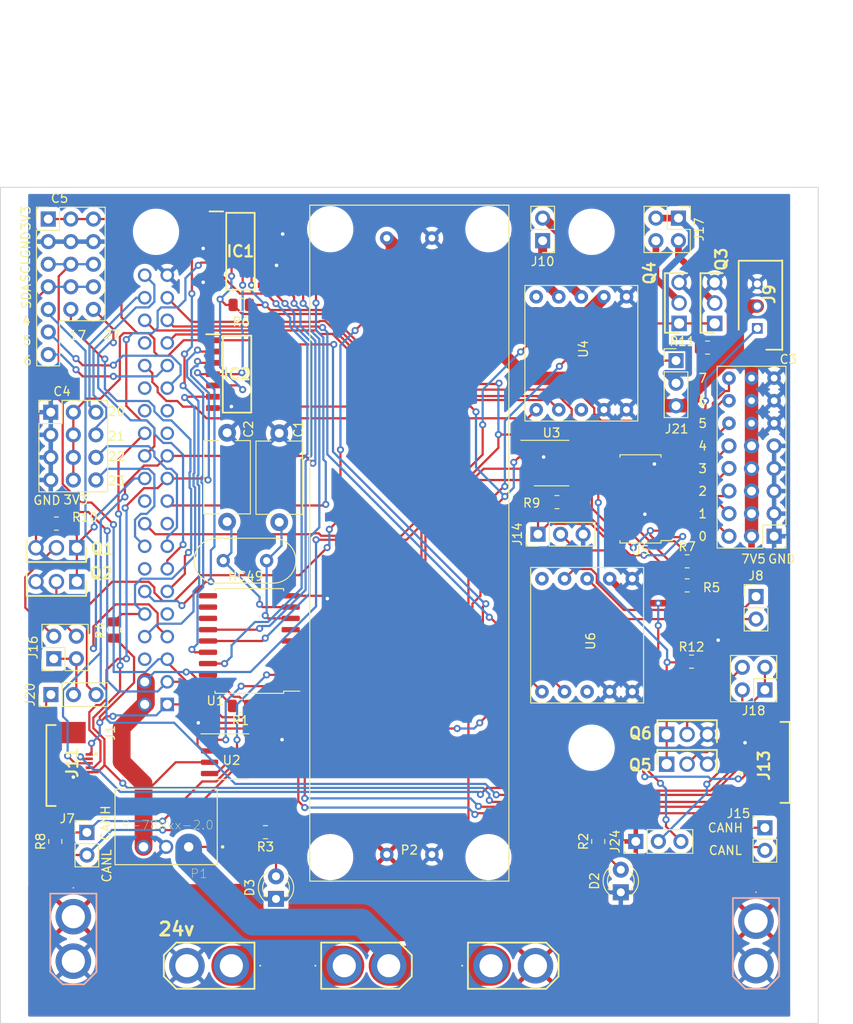
<source format=kicad_pcb>
(kicad_pcb (version 20211014) (generator pcbnew)
  (layers (0 "F.Cu" signal) (31 "B.Cu" signal) (34 "B.Paste" user) (35 "F.Paste" user) (36 "B.SilkS" user "B.Silkscreen") (37 "F.SilkS" user "F.Silkscreen") (38 "B.Mask" user) (39 "F.Mask" user) (44 "Edge.Cuts" user))
  (net 0 "")
  (net 1 "Net-(C1-Pad2)")
  (net 2 "+5V")
  (net 4 "Net-(C3-Pad3)")
  (net 6 "/SPI1_CS0")
  (net 7 "/SPI1_CS1")
  (net 8 "/UART_TX")
  (net 9 "/GPIO 17")
  (net 11 "Net-(C3-Pad6)")
  (net 13 "/GPIO 24")
  (net 14 "Net-(C3-Pad9)")
  (net 16 "Net-(C3-Pad12)")
  (net 17 "/GPIO 25")
  (net 18 "Net-(C3-Pad15)")
  (net 19 "Net-(C3-Pad18)")
  (net 21 "Net-(C3-Pad21)")
  (net 23 "Net-(C3-Pad24)")
  (net 25 "/GPIO 20")
  (net 26 "/GPIO 21")
  (net 27 "/GPIO 13")
  (net 29 "Net-(C2-Pad2)")
  (net 30 "/GPIO 19")
  (net 31 "GND")
  (net 32 "/SPI1 MOSI")
  (net 33 "+24V")
  (net 38 "Net-(D2-Pad2)")
  (net 39 "Net-(D3-Pad2)")
  (net 40 "/SPI1 CLK")
  (net 41 "/SPI1 MISO")
  (net 42 "+3.3V")
  (net 44 "/GPIO 27")
  (net 45 "/Servo DIR")
  (net 46 "Net-(R1-Pad1)")
  (net 50 "Net-(U1-Pad1)")
  (net 51 "Net-(U1-Pad2)")
  (net 53 "/GPIO 22")
  (net 54 "/GPIO 23")
  (net 55 "/GPIO 4")
  (net 56 "/UART_HalfDuplex")
  (net 57 "/GPIO 5")
  (net 58 "/GPIO 6")
  (net 59 "/GPIO 12")
  (net 60 "/GPIO 26")
  (net 61 "/GPIO 16")
  (net 62 "Net-(J2-Pad2)")
  (net 63 "/A0")
  (net 64 "Net-(J15-Pad1)")
  (net 65 "Net-(J15-Pad2)")
  (net 74 "/I2C SDA")
  (net 75 "/I2C SCL")
  (net 76 "Net-(R5-Pad1)")
  (net 79 "/SPI1 CLK_5")
  (net 80 "/SPI1 MOSI_5")
  (net 81 "/SPI1_CS0_5")
  (net 82 "/SPI1 MISO_5")
  (net 83 "/UART_RX")
  (net 88 "+7.5V")
  (net 89 "Net-(J10-Pad1)")
  (net 90 "Net-(J10-Pad2)")
  (net 91 "Net-(J2-Pad1)")
  (net 92 "Net-(J11-Pad2)")
  (net 94 "Net-(J8-Pad1)")
  (net 95 "Net-(J8-Pad2)")
  (net 96 "Net-(J20-Pad2)")
  (net 99 "Net-(J16-Pad2)")
  (net 100 "Net-(J16-Pad4)")
  (net 101 "Net-(J21-Pad2)")
  (net 102 "Net-(J17-Pad2)")
  (net 103 "Net-(J17-Pad4)")
  (net 104 "Net-(J24-Pad2)")
  (net 105 "Net-(J18-Pad2)")
  (net 106 "Net-(J18-Pad4)")
  (net 107 "Net-(R7-Pad1)")
  (net 108 "Net-(R9-Pad1)")
  (footprint "Crystal:Crystal_HC49-4H_Vertical" (layer "F.Cu") (at 93.0656 97.9678)
    (fp_text reference "HC49")
    (fp_text value "Crystal")
  )
  (footprint "MiAM:XT30UM" (layer "F.Cu") (at 123.19 143.51)
    (fp_text reference "J4" hide)
    (fp_text value "Conn_01x02_Male" hide)
  )
  (footprint "MiAM:Pin_Header_Straight_3x05_Pitch2.54mm" (layer "F.Cu") (at 73.3806 59.563)
    (fp_text reference "C5")
    (fp_text value "Conn_03x05")
  )
  (footprint "MiAM:MODULE_RASPBERRY_PI_B+" (layer "F.Cu") (at 110 80 90)
    (fp_text reference "J1")
    (fp_text value "PI40HAT")
  )
  (footprint "MiAM:TO230P250X650X900-3P" (layer "F.Cu") (at 144.35 71.3 90)
    (fp_text reference "Q4")
    (fp_text value "2SK4017_Q_" hide)
  )
  (footprint "MiAM:SHDR3W60P0X250_1X3_990X490X590P" (layer "F.Cu") (at 153.15 71.85 -90)
    (fp_text reference "J9")
    (fp_text value "22-03-5035" hide)
  )
  (footprint "MiAM:XT30UM" (layer "F.Cu") (at 93.98 143.51 180)
    (fp_text reference "J3" hide)
    (fp_text value "Conn_01x02_Male" hide)
  )
  (footprint "MiAM:CONV_R-78Bxx-2.0" (layer "F.Cu") (at 89.1794 130.1496 180)
    (fp_text reference "P1")
    (fp_text value "R-78Bxx-2.0")
  )
  (footprint "Package_SO:TSSOP-28_4.4x9.7mm_P0.65mm" (layer "F.Cu") (at 140 91.025 180)
    (fp_text reference "U5")
    (fp_text value "PCA9685PW")
  )
  (footprint "MiAM:SOIC127P600X175-14N" (layer "F.Cu") (at 95 63.19)
    (fp_text reference "IC1")
    (fp_text value "CD74HCT125M96" hide)
  )
  (footprint "Connector_PinHeader_2.54mm:PinHeader_1x02_P2.54mm_Vertical" (layer "F.Cu") (at 154 128)
    (fp_text reference "J15")
    (fp_text value "Conn_01x02_Male")
  )
  (footprint "MiAM:TO230P250X650X900-3P" (layer "F.Cu") (at 142.95 120.85)
    (fp_text reference "Q5")
    (fp_text value "2SK4017_Q_" hide)
  )
  (footprint "Connector_PinHeader_2.54mm:PinHeader_1x03_P2.54mm_Vertical" (layer "F.Cu") (at 139.475 129.54 90)
    (fp_text reference "J24")
    (fp_text value "Conn_01x03_Male")
  )
  (footprint "MiAM:Pin_Header_Straight_3x04_Pitch2.54mm" (layer "F.Cu") (at 73.66 81.28)
    (fp_text reference "C4")
    (fp_text value "Conn_03x04")
  )
  (footprint "MiAM:PololuMAX14870" (layer "F.Cu") (at 139.7 82.27 90)
    (fp_text reference "U4")
    (fp_text value "Pololu_MAX14870")
  )
  (footprint "Resistor_SMD:R_0805_2012Metric" (layer "F.Cu") (at 95 114.3 180)
    (fp_text reference "R1")
    (fp_text value "10k")
  )
  (footprint "Resistor_SMD:R_0805_2012Metric" (layer "F.Cu") (at 145.25 100.75)
    (fp_text reference "R5")
    (fp_text value "5k")
  )
  (footprint "Connector_PinHeader_2.54mm:PinHeader_2x02_P2.54mm_Vertical" (layer "F.Cu") (at 74 109 90)
    (fp_text reference "J16")
    (fp_text value "Conn_02x02_Odd_Even")
  )
  (footprint "Package_SO:SOIC-8_3.9x4.9mm_P1.27mm" (layer "F.Cu") (at 94 120)
    (fp_text reference "U2")
    (fp_text value "TJA1049T")
  )
  (footprint "Resistor_SMD:R_0805_2012Metric" (layer "F.Cu") (at 97.8154 128.4986 180)
    (fp_text reference "R3")
    (fp_text value "R")
  )
  (footprint "Resistor_SMD:R_0805_2012Metric" (layer "F.Cu") (at 147.5486 74.0156)
    (fp_text reference "R11")
    (fp_text value "10k")
  )
  (footprint "MiAM:StepDown10A" (layer "F.Cu") (at 114 131)
    (fp_text reference "P2")
    (fp_text value "Amazon 10A stepdown")
  )
  (footprint "LED_THT:LED_D3.0mm" (layer "F.Cu") (at 137.79 135.255 90)
    (fp_text reference "D2")
    (fp_text value "LED")
  )
  (footprint "Resistor_SMD:R_0805_2012Metric" (layer "F.Cu") (at 74.295 93.8022 180)
    (fp_text reference "R10")
    (fp_text value "10k")
  )
  (footprint "Connector_PinHeader_2.54mm:PinHeader_1x03_P2.54mm_Vertical" (layer "F.Cu") (at 73.675 113.03 90)
    (fp_text reference "J20")
    (fp_text value "Conn_01x03_Male")
  )
  (footprint "Connector_PinHeader_2.54mm:PinHeader_1x02_P2.54mm_Vertical" (layer "F.Cu") (at 77.724 128.524)
    (fp_text reference "J7")
    (fp_text value "Conn_01x02_Male")
  )
  (footprint "Capacitor_THT:C_Disc_D8.0mm_W5.0mm_P10.00mm" (layer "F.Cu") (at 93.4974 83.5914 -90)
    (fp_text reference "C2")
    (fp_text value "C")
  )
  (footprint "MiAM:XT30UM" (layer "F.Cu") (at 106.68 143.51)
    (fp_text reference "J2" hide)
    (fp_text value "Conn_01x02_Male" hide)
  )
  (footprint "MiAM:TO230P250X650X900-3P" (layer "F.Cu") (at 76.595 96.52 180)
    (fp_text reference "Q1")
    (fp_text value "2SK4017_Q_" hide)
  )
  (footprint "MiAM:TO230P250X650X900-3P" (layer "F.Cu") (at 76.595 100.33 180)
    (fp_text reference "Q2")
    (fp_text value "2SK4017_Q_" hide)
  )
  (footprint "Resistor_SMD:R_0805_2012Metric" (layer "F.Cu") (at 130.6068 91.3892)
    (fp_text reference "R9")
    (fp_text value "200k")
  )
  (footprint "MiAM:TO230P250X650X900-3P" (layer "F.Cu") (at 142.95 117.5)
    (fp_text reference "Q6")
    (fp_text value "2SK4017_Q_" hide)
  )
  (footprint "Connector_PinHeader_2.54mm:PinHeader_1x03_P2.54mm_Vertical" (layer "F.Cu") (at 128.475 95 90)
    (fp_text reference "J14")
    (fp_text value "Conn_01x03_Male")
  )
  (footprint "Connector_PinHeader_2.54mm:PinHeader_1x02_P2.54mm_Vertical" (layer "F.Cu") (at 129 62 180)
    (fp_text reference "J10")
    (fp_text value "Conn_01x02_Male")
  )
  (footprint "MiAM:52746-0671" (layer "F.Cu") (at 77.47 121 -90)
    (fp_text reference "J11")
    (fp_text value "MagneticEncoder" hide)
  )
  (footprint "MiAM:SOIC127P600X175-14N" (layer "F.Cu") (at 94.615 77)
    (fp_text reference "IC2")
    (fp_text value "SN74LVC126ADR" hide)
  )
  (footprint "Connector_PinHeader_2.54mm:PinHeader_1x02_P2.54mm_Vertical" (layer "F.Cu") (at 153 102)
    (fp_text reference "J8")
    (fp_text value "Conn_01x02_Male")
  )
  (footprint "Connector_PinHeader_2.54mm:PinHeader_1x03_P2.54mm_Vertical" (layer "F.Cu") (at 144 75.475)
    (fp_text reference "J21")
    (fp_text value "Conn_01x03_Male")
  )
  (footprint "Connector_PinHeader_2.54mm:PinHeader_2x02_P2.54mm_Vertical" (layer "F.Cu") (at 154 112.5 180)
    (fp_text reference "J18")
    (fp_text value "Conn_02x02_Odd_Even")
  )
  (footprint "Connector_PinHeader_2.54mm:PinHeader_2x02_P2.54mm_Vertical" (layer "F.Cu") (at 144.275 59.46 -90)
    (fp_text reference "J17")
    (fp_text value "Conn_02x02_Odd_Even")
  )
  (footprint "Resistor_SMD:R_0805_2012Metric" (layer "F.Cu") (at 74.168 129.54 90)
    (fp_text reference "R8")
    (fp_text value "120")
  )
  (footprint "Resistor_SMD:R_0805_2012Metric" (layer "F.Cu") (at 145.25 98.044)
    (fp_text reference "R7")
    (fp_text value "5k")
  )
  (footprint "MiAM:52746-0671" (layer "F.Cu") (at 152.4945 120.65 90)
    (fp_text reference "J13")
    (fp_text value "MagneticEncoder" hide)
  )
  (footprint "Resistor_SMD:R_0805_2012Metric" (layer "F.Cu") (at 80.772 105.7675 -90)
    (fp_text reference "R4")
    (fp_text value "10k")
  )
  (footprint "Package_SO:SOIC-18W_7.5x11.6mm_P1.27mm" (layer "F.Cu") (at 96 107 180)
    (fp_text reference "U1")
    (fp_text value "MCP2515-xSO")
  )
  (footprint "Resistor_SMD:R_0805_2012Metric" (layer "F.Cu") (at 95.0875 69.215)
    (fp_text reference "R6")
    (fp_text value "10k")
  )
  (footprint "MiAM:TO230P250X650X900-3P" (layer "F.Cu") (at 148.35 71.3 90)
    (fp_text reference "Q3")
    (fp_text value "2SK4017_Q_" hide)
  )
  (footprint "Resistor_SMD:R_0805_2012Metric" (layer "F.Cu") (at 145.7452 109.3216)
    (fp_text reference "R12")
    (fp_text value "10k")
  )
  (footprint "Package_SO:SO-8_3.9x4.9mm_P1.27mm" (layer "F.Cu") (at 130 87)
    (fp_text reference "U3")
    (fp_text value "PCA9306D")
  )
  (footprint "MiAM:PololuMAX14870" (layer "F.Cu") (at 140.35 113.97 90)
    (fp_text reference "U6")
    (fp_text value "Pololu_MAX14870")
  )
  (footprint "LED_THT:LED_D3.0mm" (layer "F.Cu") (at 99 136 90)
    (fp_text reference "D3")
    (fp_text value "LED")
  )
  (footprint "Resistor_SMD:R_0805_2012Metric" (layer "F.Cu") (at 135.25 129.5381 90)
    (fp_text reference "R2")
    (fp_text value "R")
  )
  (footprint "Capacitor_THT:C_Disc_D8.0mm_W5.0mm_P10.00mm" (layer "F.Cu") (at 99.3648 83.6422 -90)
    (fp_text reference "C1")
    (fp_text value "C")
  )
  (footprint "MiAM:Pin_Header_Straight_3x08_Pitch2.54mm" (layer "F.Cu") (at 155.0375 95.225 180)
    (fp_text reference "C3")
    (fp_text value "Conn_03x08")
  )
  (footprint "MiAM:XT30UM" (layer "B.Cu") (at 153 138.5 -90)
    (fp_text reference "J6" hide)
    (fp_text value "Conn_01x02_Male" hide)
  )
  (footprint "MiAM:XT30UM" (layer "B.Cu") (at 76.2 138 -90)
    (fp_text reference "J5" hide)
    (fp_text value "Conn_01x02_Male" hide)
  )
  (gr_rect (start 68 150) (end 160 56) (layer "Edge.Cuts") (width 0.1) (fill none))
  (gr_text "6" (at 70.485 75.4888) (layer "F.SilkS") (effects (font (size 1 1)) (justify left)))
  (gr_text "7V5" (at 152.715 97.78) (layer "F.SilkS") (effects (font (size 1 1))))
  (gr_text "4" (at 70.358 71.0184) (layer "F.SilkS") (effects (font (size 1 1)) (justify left)))
  (gr_text "3V3" (at 76.4794 91.1352) (layer "F.SilkS") (effects (font (size 1 1))))
  (gr_text "CANL" (at 79.9592 134.239 90) (layer "F.SilkS") (effects (font (size 1 1)) (justify left)))
  (gr_text "27" (at 79.4766 72.5932) (layer "F.SilkS") (effects (font (size 1 1)) (justify left)))
  (gr_text "3V3" (at 70.866 60.9346 90) (layer "F.SilkS") (effects (font (size 1 1)) (justify left)))
  (gr_text "6" (at 147 80) (layer "F.SilkS") (effects (font (size 1 1))))
  (gr_text "5" (at 147 82.54) (layer "F.SilkS") (effects (font (size 1 1))))
  (gr_text "4" (at 147 85.08) (layer "F.SilkS") (effects (font (size 1 1))))
  (gr_text "17" (at 75.6412 72.644) (layer "F.SilkS") (effects (font (size 1 1)) (justify left)))
  (gr_text "SCL" (at 70.8152 66.802 90) (layer "F.SilkS") (effects (font (size 1 1)) (justify left)))
  (gr_text "23" (at 81.0514 89.0016) (layer "F.SilkS") (effects (font (size 1 1))))
  (gr_text "CANL" (at 149.555 130.545) (layer "F.SilkS") (effects (font (size 1 1))))
  (gr_text "24v" (at 87.8078 139.3952) (layer "F.SilkS") (effects (font (size 1.5 1.5) (thickness 0.3))))
  (gr_text "SDA" (at 70.9168 69.7738 90) (layer "F.SilkS") (effects (font (size 1 1)) (justify left)))
  (gr_text "20" (at 81.0514 81.2038) (layer "F.SilkS") (effects (font (size 1 1))))
  (gr_text "21" (at 81.0514 83.9724) (layer "F.SilkS") (effects (font (size 1 1))))
  (gr_text "1" (at 147 92.7) (layer "F.SilkS") (effects (font (size 1 1))))
  (gr_text "5" (at 70.4342 73.2282) (layer "F.SilkS") (effects (font (size 1 1)) (justify left)))
  (gr_text "22" (at 81.0514 86.2584) (layer "F.SilkS") (effects (font (size 1 1))))
  (gr_text "3" (at 147 87.62) (layer "F.SilkS") (effects (font (size 1 1))))
  (gr_text "GND" (at 73.2282 91.186) (layer "F.SilkS") (effects (font (size 1 1))))
  (gr_text "2" (at 147 90.16) (layer "F.SilkS") (effects (font (size 1 1))))
  (gr_text "0" (at 147 95.24) (layer "F.SilkS") (effects (font (size 1 1))))
  (gr_text "GND" (at 155.89 97.78) (layer "F.SilkS") (effects (font (size 1 1))))
  (gr_text "CANH" (at 79.8322 129.54 90) (layer "F.SilkS") (effects (font (size 1 1)) (justify left)))
  (gr_text "GND" (at 70.8406 64.0842 90) (layer "F.SilkS") (effects (font (size 1 1)) (justify left)))
  (gr_text "7" (at 147 77.46) (layer "F.SilkS") (effects (font (size 1 1))))
  (gr_text "CANH" (at 149.555 128.005) (layer "F.SilkS") (effects (font (size 1 1))))
  (segment (start 98.11 104.46) (end 100.65 104.46) (width 0.25) (layer "F.Cu") (net 1))
  (segment (start 97.79 104.14) (end 98.11 104.46) (width 0.25) (layer "F.Cu") (net 1))
  (via (at 97.79 104.14) (size 0.8) (drill 0.4) (layers "F.Cu" "B.Cu") (net 1))
  (segment (start 99.6188 96.2946) (end 99.6188 93.5914) (width 0.25) (layer "B.Cu") (net 1))
  (segment (start 97.9456 97.9678) (end 99.6188 96.2946) (width 0.25) (layer "B.Cu") (net 1))
  (segment (start 97.9456 103.9844) (end 97.9456 97.9678) (width 0.25) (layer "B.Cu") (net 1))
  (segment (start 97.79 104.14) (end 97.9456 103.9844) (width 0.25) (layer "B.Cu") (net 1))
  (segment (start 131.5193 93.7735) (end 131.4678 93.825) (width 0.25) (layer "F.Cu") (net 2))
  (segment (start 141.112 95.112) (end 141.775 95.775) (width 0.25) (layer "F.Cu") (net 2))
  (segment (start 129.831011 85.95426) (end 129.831011 88.04574) (width 0.25) (layer "F.Cu") (net 2))
  (segment (start 141.775 95.775) (end 143.828 95.775) (width 0.25) (layer "F.Cu") (net 2))
  (segment (start 129.65 93.825) (end 131.4678 93.825) (width 0.25) (layer "F.Cu") (net 2))
  (segment (start 124.020299 83.7946) (end 127.671351 83.7946) (width 0.25) (layer "F.Cu") (net 2))
  (segment (start 137.1375 95.25) (end 135.851979 95.25) (width 0.25) (layer "F.Cu") (net 2))
  (segment (start 96 69.215) (end 97.79 69.215) (width 0.25) (layer "F.Cu") (net 2))
  (segment (start 129.831011 88.04574) (end 128.475 89.401751) (width 0.25) (layer "F.Cu") (net 2))
  (segment (start 84.3576 114.028042) (end 84.3576 111.59) (width 2) (layer "F.Cu") (net 2))
  (segment (start 87.718734 120.635) (end 84.0994 124.254334) (width 0.25) (layer "F.Cu") (net 2))
  (segment (start 84.0994 130.1496) (end 84.0994 124.9006) (width 2) (layer "F.Cu") (net 2))
  (segment (start 124.020299 83.7946) (end 124.020299 85.284299) (width 0.25) (layer "F.Cu") (net 2))
  (segment (start 84.23 114.13) (end 84.23 111.59) (width 0.25) (layer "F.Cu") (net 2))
  (segment (start 98.365 69.79) (end 97.79 69.215) (width 0.25) (layer "F.Cu") (net 2))
  (segment (start 96.25 60.4045) (end 97.2745 59.38) (width 0.25) (layer "F.Cu") (net 2))
  (segment (start 131.5193 91.3892) (end 131.5193 93.7735) (width 0.25) (layer "F.Cu") (net 2))
  (segment (start 146.1625 98.044) (end 146.1625 100.75) (width 0.25) (layer "F.Cu") (net 2))
  (segment (start 124.020299 85.284299) (end 113.683098 95.6215) (width 0.25) (layer "F.Cu") (net 2))
  (segment (start 137.1375 95.25) (end 137.922 95.25) (width 0.25) (layer "F.Cu") (net 2))
  (segment (start 113.683098 95.6215) (end 103.505 95.6215) (width 0.25) (layer "F.Cu") (net 2))
  (segment (start 90.923249 112.08) (end 89.333249 110.49) (width 0.25) (layer "F.Cu") (net 2))
  (segment (start 127.671351 83.7946) (end 129.831011 85.95426) (width 0.25) (layer "F.Cu") (net 2))
  (segment (start 112.878993 78.105) (end 104.563993 69.79) (width 0.25) (layer "F.Cu") (net 2))
  (segment (start 84.0994 124.9006) (end 84.0994 123.0376) (width 2) (layer "F.Cu") (net 2))
  (segment (start 96.25 67) (end 96.25 60.4045) (width 0.25) (layer "F.Cu") (net 2))
  (segment (start 84.0994 123.0376) (end 81.6356 120.5738) (width 2) (layer "F.Cu") (net 2))
  (segment (start 141.112 94.6) (end 142.8625 94.6) (width 0.25) (layer "F.Cu") (net 2))
  (segment (start 134.426979 93.825) (end 131.4678 93.825) (width 0.25) (layer "F.Cu") (net 2))
  (segment (start 141.112 94.6) (end 141.112 95.112) (width 0.25) (layer "F.Cu") (net 2))
  (segment (start 81.6356 120.5738) (end 81.6356 116.750042) (width 2) (layer "F.Cu") (net 2))
  (segment (start 84.0994 124.254334) (end 84.0994 124.9006) (width 0.25) (layer "F.Cu") (net 2))
  (segment (start 135.851979 95.25) (end 134.426979 93.825) (width 0.25) (layer "F.Cu") (net 2))
  (segment (start 91.525 120.635) (end 87.718734 120.635) (width 0.25) (layer "F.Cu") (net 2))
  (segment (start 124.0895 78.0155) (end 124 78.105) (width 0.25) (layer "F.Cu") (net 2))
  (segment (start 89.333249 110.49) (end 88.9 110.49) (width 0.25) (layer "F.Cu") (net 2))
  (segment (start 104.563993 69.79) (end 98.365 69.79) (width 0.25) (layer "F.Cu") (net 2))
  (segment (start 137.922 95.25) (end 139.192 96.52) (width 0.25) (layer "F.Cu") (net 2))
  (segment (start 81.6356 116.750042) (end 84.3576 114.028042) (width 2) (layer "F.Cu") (net 2))
  (segment (start 129.65 93.825) (end 128.475 95) (width 0.25) (layer "F.Cu") (net 2))
  (segment (start 124 78.105) (end 112.878993 78.105) (width 0.25) (layer "F.Cu") (net 2))
  (segment (start 91.8675 112.08) (end 94.0875 114.3) (width 0.25) (layer "F.Cu") (net 2))
  (segment (start 128.475 89.401751) (end 128.475 95) (width 0.25) (layer "F.Cu") (net 2))
  (segment (start 143.828 95.775) (end 146.097 98.044) (width 0.25) (layer "F.Cu") (net 2))
  (via (at 139.192 96.52) (size 0.8) (drill 0.4) (layers "F.Cu" "B.Cu") (net 2))
  (via (at 97.79 69.215) (size 0.8) (drill 0.4) (layers "F.Cu" "B.Cu") (net 2))
  (via (at 141.112 94.6) (size 0.8) (drill 0.4) (layers "F.Cu" "B.Cu") (net 2))
  (via (at 103.505 95.6215) (size 0.8) (drill 0.4) (layers "F.Cu" "B.Cu") (net 2))
  (via (at 124.0895 78.0155) (size 0.8) (drill 0.4) (layers "F.Cu" "B.Cu") (net 2))
  (via (at 88.9 110.49) (size 0.8) (drill 0.4) (layers "F.Cu" "B.Cu") (net 2))
  (via (at 124.020299 83.7946) (size 0.8) (drill 0.4) (layers "F.Cu" "B.Cu") (net 2))
  (via (at 96.25 67) (size 0.8) (drill 0.4) (layers "F.Cu" "B.Cu") (net 2))
  (segment (start 85.33 110.49) (end 84.23 111.59) (width 0.25) (layer "B.Cu") (net 2))
  (segment (start 88.9 110.49) (end 85.33 110.49) (width 0.25) (layer "B.Cu") (net 2))
  (segment (start 124.020299 78.084701) (end 124.0895 78.0155) (width 0.25) (layer "B.Cu") (net 2))
  (segment (start 103.505 103.114695) (end 103.505 95.6215) (width 0.25) (layer "B.Cu") (net 2))
  (segment (start 139.192 96.52) (end 141.112 94.6) (width 0.25) (layer "B.Cu") (net 2))
  (segment (start 88.9 110.49) (end 96.129695 110.49) (width 0.25) (layer "B.Cu") (net 2))
  (segment (start 96.25 67) (end 96.25 67.675) (width 0.25) (layer "B.Cu") (net 2))
  (segment (start 96.25 67.675) (end 97.79 69.215) (width 0.25) (layer "B.Cu") (net 2))
  (segment (start 124.020299 83.7946) (end 124.020299 78.084701) (width 0.25) (layer "B.Cu") (net 2))
  (segment (start 96.129695 110.49) (end 103.505 103.114695) (width 0.25) (layer "B.Cu") (net 2))
  (segment (start 146.7325 92) (end 149.9575 95.225) (width 0.25) (layer "F.Cu") (net 4))
  (segment (start 142.8625 92) (end 146.7325 92) (width 0.25) (layer "F.Cu") (net 4))
  (segment (start 84.455 82.197) (end 83.779749 82.197) (width 0.25) (layer "F.Cu") (net 6))
  (segment (start 92.288 64.46) (end 90.5695 64.46) (width 0.25) (layer "F.Cu") (net 6))
  (segment (start 85.317 83.059) (end 84.455 82.197) (width 0.25) (layer "F.Cu") (net 6))
  (segment (start 82.156179 80.57343) (end 82.156179 73.1145) (width 0.25) (layer "F.Cu") (net 6))
  (segment (start 84.23 86.19) (end 85.317 85.103) (width 0.25) (layer "F.Cu") (net 6))
  (segment (start 85.317 85.103) (end 85.317 83.059) (width 0.25) (layer "F.Cu") (net 6))
  (segment (start 83.779749 82.197) (end 82.156179 80.57343) (width 0.25) (layer "F.Cu") (net 6))
  (segment (start 90.5695 64.46) (end 90.2595 64.77) (width 0.25) (layer "F.Cu") (net 6))
  (via (at 82.156179 73.1145) (size 0.8) (drill 0.4) (layers "F.Cu" "B.Cu") (net 6))
  (via (at 90.2595 64.77) (size 0.8) (drill 0.4) (layers "F.Cu" "B.Cu") (net 6))
  (segment (start 87.965255 69.497) (end 88.8105 68.651755) (width 0.25) (layer "B.Cu") (net 6))
  (segment (start 88.8105 66.219) (end 90.2595 64.77) (width 0.25) (layer "B.Cu") (net 6))
  (segment (start 85.683 69.892) (end 86.078 69.497) (width 0.25) (layer "B.Cu") (net 6))
  (segment (start 86.078 69.497) (end 87.965255 69.497) (width 0.25) (layer "B.Cu") (net 6))
  (segment (start 82.156179 73.1145) (end 82.867679 72.403) (width 0.25) (layer "B.Cu") (net 6))
  (segment (start 88.8105 68.651755) (end 88.8105 66.219) (width 0.25) (layer "B.Cu") (net 6))
  (segment (start 85.077001 72.403) (end 85.683 71.797001) (width 0.25) (layer "B.Cu") (net 6))
  (segment (start 82.867679 72.403) (end 85.077001 72.403) (width 0.25) (layer "B.Cu") (net 6))
  (segment (start 85.683 71.797001) (end 85.683 69.892) (width 0.25) (layer "B.Cu") (net 6))
  (segment (start 81.4595 112.623597) (end 78.4529 115.630197) (width 0.25) (layer "F.Cu") (net 7))
  (segment (start 152.65 119.9) (end 153 120.25) (width 0.25) (layer "F.Cu") (net 7))
  (segment (start 149.8041 125.095) (end 123.179 125.095) (width 0.25) (layer "F.Cu") (net 7))
  (segment (start 81.762441 122.987559) (end 79.7 120.925118) (width 0.25) (layer "F.Cu") (net 7))
  (segment (start 81.28 86.6) (end 84.23 83.65) (width 0.25) (layer "F.Cu") (net 7))
  (segment (start 151.9745 119.9) (end 152.65 119.9) (width 0.25) (layer "F.Cu") (net 7))
  (segment (start 153 121.8991) (end 149.8041 125.095) (width 0.25) (layer "F.Cu") (net 7))
  (segment (start 79.7 118.0471) (end 79.7 120.69) (width 0.25) (layer "F.Cu") (net 7))
  (segment (start 79.7 120.925118) (end 79.7 120.69) (width 0.25) (layer "F.Cu") (net 7))
  (segment (start 78.4529 115.630197) (end 78.4529 116.8) (width 0.25) (layer "F.Cu") (net 7))
  (segment (start 78.945 121.75) (end 79.7 120.995) (width 0.25) (layer "F.Cu") (net 7))
  (segment (start 123.179 125.095) (end 123 124.916) (width 0.25) (layer "F.Cu") (net 7))
  (segment (start 81.28 92.71) (end 81.28 86.6) (width 0.25) (layer "F.Cu") (net 7))
  (segment (start 79.7 120.995) (end 79.7 120.69) (width 0.25) (layer "F.Cu") (net 7))
  (segment (start 153 120.25) (end 153 121.8991) (width 0.25) (layer "F.Cu") (net 7))
  (segment (start 77.99 121.75) (end 78.945 121.75) (width 0.25) (layer "F.Cu") (net 7))
  (segment (start 78.4529 116.8) (end 79.7 118.0471) (width 0.25) (layer "F.Cu") (net 7))
  (segment (start 81.4595 109.7655) (end 81.4595 112.623597) (width 0.25) (layer "F.Cu") (net 7))
  (via (at 81.28 92.71) (size 0.8) (drill 0.4) (layers "F.Cu" "B.Cu") (net 7))
  (via (at 81.762441 122.987559) (size 0.8) (drill 0.4) (layers "F.Cu" "B.Cu") (net 7))
  (via (at 123 124.916) (size 0.8) (drill 0.4) (layers "F.Cu" "B.Cu") (net 7))
  (via (at 81.4595 109.7655) (size 0.8) (drill 0.4) (layers "F.Cu" "B.Cu") (net 7))
  (segment (start 123 124.224695) (end 123 124.916) (width 0.25) (layer "B.Cu") (net 7))
  (segment (start 81.762441 122.987559) (end 82.294882 123.52) (width 0.25) (layer "B.Cu") (net 7))
  (segment (start 81.4595 92.8895) (end 81.28 92.71) (width 0.25) (layer "B.Cu") (net 7))
  (segment (start 122.295305 123.52) (end 123 124.224695) (width 0.25) (layer "B.Cu") (net 7))
  (segment (start 82.294882 123.52) (end 122.295305 123.52) (width 0.25) (layer "B.Cu") (net 7))
  (segment (start 81.4595 109.7655) (end 81.4595 92.8895) (width 0.25) (layer "B.Cu") (net 7))
  (segment (start 88.7052 77.9102) (end 88.7052 78.2998) (width 0.25) (layer "F.Cu") (net 8))
  (segment (start 88.7052 78.1401) (end 88.5455 78.2998) (width 0.25) (layer "F.Cu") (net 8))
  (segment (start 88.7052 77.9102) (end 88.7052 78.1401) (width 0.25) (layer "F.Cu") (net 8))
  (segment (start 89.535 62.9655) (end 89.535 67.945) (width 0.25) (layer "F.Cu") (net 8))
  (segment (start 88.7052 74.7352) (end 88.7052 77.9102) (width 0.25) (layer "F.Cu") (net 8))
  (segment (start 91.8505 60.65) (end 89.535 62.9655) (width 0.25) (layer "F.Cu") (net 8))
  (via (at 89.535 67.945) (size 0.8) (drill 0.4) (layers "F.Cu" "B.Cu") (net 8))
  (via (at 88.5455 78.2998) (size 0.8) (drill 0.4) (layers "F.Cu" "B.Cu") (net 8))
  (via (at 88.7052 74.7352) (size 0.8) (drill 0.4) (layers "F.Cu" "B.Cu") (net 8))
  (segment (start 84.23 106.51) (end 85.683 105.057) (width 0.25) (layer "B.Cu") (net 8))
  (segment (start 90.355 100.778604) (end 90.355 89.566201) (width 0.25) (layer "B.Cu") (net 8))
  (segment (start 89.72 101.413604) (end 90.355 100.778604) (width 0.25) (layer "B.Cu") (net 8))
  (segment (start 89.72 103.6756) (end 89.72 101.413604) (width 0.25) (layer "B.Cu") (net 8))
  (segment (start 90.2716 88.317199) (end 90.2716 80.0259) (width 0.25) (layer "B.Cu") (net 8))
  (segment (start 89.535 73.9054) (end 88.7052 74.7352) (width 0.25) (layer "B.Cu") (net 8))
  (segment (start 90.355 89.566201) (end 90.1755 89.386701) (width 0.25) (layer "B.Cu") (net 8))
  (segment (start 90.1755 88.413299) (end 90.2716 88.317199) (width 0.25) (layer "B.Cu") (net 8))
  (segment (start 88.3386 105.057) (end 89.72 103.6756) (width 0.25) (layer "B.Cu") (net 8))
  (segment (start 85.683 105.057) (end 88.3386 105.057) (width 0.25) (layer "B.Cu") (net 8))
  (segment (start 89.535 67.945) (end 89.535 73.9054) (width 0.25) (layer "B.Cu") (net 8))
  (segment (start 90.2716 80.0259) (end 88.5455 78.2998) (width 0.25) (layer "B.Cu") (net 8))
  (segment (start 90.1755 89.386701) (end 90.1755 88.413299) (width 0.25) (layer "B.Cu") (net 8))
  (segment (start 88.7476 97.4598) (end 88.7476 99.4524) (width 0.25) (layer "F.Cu") (net 9))
  (segment (start 79.75 75.2977) (end 79.5903 75.2977) (width 0.25) (layer "F.Cu") (net 9))
  (segment (start 89.154 97.0534) (end 88.7476 97.4598) (width 0.25) (layer "F.Cu") (net 9))
  (segment (start 79.5903 75.2977) (end 75.9206 71.628) (width 0.25) (layer "F.Cu") (net 9))
  (segment (start 88.7476 99.4524) (end 86.77 101.43) (width 0.25) (layer "F.Cu") (net 9))
  (segment (start 75.9206 71.628) (end 75.9206 69.723) (width 0.25) (layer "F.Cu") (net 9))
  (via (at 89.154 97.0534) (size 0.8) (drill 0.4) (layers "F.Cu" "B.Cu") (net 9))
  (via (at 79.75 75.2977) (size 0.8) (drill 0.4) (layers "F.Cu" "B.Cu") (net 9))
  (segment (start 89.3716 84.348349) (end 89.3716 87.944407) (width 0.25) (layer "B.Cu") (net 9))
  (segment (start 79.75 78.6578) (end 81.1152 80.023) (width 0.25) (layer "B.Cu") (net 9))
  (segment (start 86.319749 82.197) (end 87.220251 82.197) (width 0.25) (layer "B.Cu") (net 9))
  (segment (start 81.1152 80.023) (end 84.680251 80.023) (width 0.25) (layer "B.Cu") (net 9))
  (segment (start 89.2755 89.759493) (end 89.455 89.938993) (width 0.25) (layer "B.Cu") (net 9))
  (segment (start 89.2755 88.040507) (end 89.2755 89.759493) (width 0.25) (layer "B.Cu") (net 9))
  (segment (start 89.3716 87.944407) (end 89.2755 88.040507) (width 0.25) (layer "B.Cu") (net 9))
  (segment (start 89.455 96.7524) (end 89.154 97.0534) (width 0.25) (layer "B.Cu") (net 9))
  (segment (start 89.455 89.938993) (end 89.455 96.7524) (width 0.25) (layer "B.Cu") (net 9))
  (segment (start 87.220251 82.197) (end 89.3716 84.348349) (width 0.25) (layer "B.Cu") (net 9))
  (segment (start 85.317 81.194251) (end 86.319749 82.197) (width 0.25) (layer "B.Cu") (net 9))
  (segment (start 79.75 75.2977) (end 79.75 78.6578) (width 0.25) (layer "B.Cu") (net 9))
  (segment (start 84.680251 80.023) (end 85.317 80.659749) (width 0.25) (layer "B.Cu") (net 9))
  (segment (start 85.317 80.659749) (end 85.317 81.194251) (width 0.25) (layer "B.Cu") (net 9))
  (segment (start 142.8625 91.35) (end 148.6225 91.35) (width 0.25) (layer "F.Cu") (net 11))
  (segment (start 148.6225 91.35) (end 149.9575 92.685) (width 0.25) (layer "F.Cu") (net 11))
  (segment (start 126.5225 74.4775) (end 129.7 71.3) (width 0.25) (layer "F.Cu") (net 13))
  (segment (start 103.101195 95) (end 85.42 95) (width 0.25) (layer "F.Cu") (net 13))
  (segment (start 103.805305 94.8965) (end 103.204695 94.8965) (width 0.25) (layer "F.Cu") (net 13))
  (segment (start 146.4583 71.3) (end 148.35 71.3) (width 0.25) (layer "F.Cu") (net 13))
  (segment (start 122.25 86.03) (end 113.1085 95.1715) (width 0.25) (layer "F.Cu") (net 13))
  (segment (start 104.080305 95.1715) (end 103.805305 94.8965) (width 0.25) (layer "F.Cu") (net 13))
  (segment (start 113.1085 95.1715) (end 104.080305 95.1715) (width 0.25) (layer "F.Cu") (net 13))
  (segment (start 122.25 82.6903) (end 122.25 86.03) (width 0.25) (layer "F.Cu") (net 13))
  (segment (start 85.42 95) (end 84.23 93.81) (width 0.25) (layer "F.Cu") (net 13))
  (segment (start 126.5225 74.5) (end 126.5225 74.4775) (width 0.25) (layer "F.Cu") (net 13))
  (segment (start 129.7 71.3) (end 144.35 71.3) (width 0.25) (layer "F.Cu") (net 13))
  (segment (start 103.204695 94.8965) (end 103.101195 95) (width 0.25) (layer "F.Cu") (net 13))
  (segment (start 146.4583 74.0156) (end 146.4583 71.3) (width 0.25) (layer "F.Cu") (net 13))
  (segment (start 144.35 71.3) (end 148.35 71.3) (width 0.25) (layer "F.Cu") (net 13))
  (via (at 126.5225 74.5) (size 0.8) (drill 0.4) (layers "F.Cu" "B.Cu") (net 13))
  (via (at 122.25 82.6903) (size 0.8) (drill 0.4) (layers "F.Cu" "B.Cu") (net 13))
  (segment (start 126.5 74.5) (end 122.25 78.75) (width 0.25) (layer "B.Cu") (net 13))
  (segment (start 126.5225 74.5) (end 126.5 74.5) (width 0.25) (layer "B.Cu") (net 13))
  (segment (start 122.25 78.75) (end 122.25 82.6903) (width 0.25) (layer "B.Cu") (net 13))
  (segment (start 142.8625 90.7) (end 149.4025 90.7) (width 0.25) (layer "F.Cu") (net 14))
  (segment (start 149.4025 90.7) (end 149.9575 90.145) (width 0.25) (layer "F.Cu") (net 14))
  (segment (start 142.8625 90.05) (end 147.5125 90.05) (width 0.25) (layer "F.Cu") (net 16))
  (segment (start 147.5125 90.05) (end 149.9575 87.605) (width 0.25) (layer "F.Cu") (net 16))
  (segment (start 78.545201 94.174799) (end 76.595 96.125) (width 0.25) (layer "F.Cu") (net 17))
  (segment (start 76.595 95.1897) (end 76.595 96.52) (width 0.25) (layer "F.Cu") (net 17))
  (segment (start 76.595 96.52) (end 76.595 100.33) (width 0.25) (layer "F.Cu") (net 17))
  (segment (start 75.2075 93.8022) (end 76.595 95.1897) (width 0.25) (layer "F.Cu") (net 17))
  (via (at 78.545201 94.174799) (size 0.8) (drill 0.4) (layers "F.Cu" "B.Cu") (net 17))
  (segment (start 78.545201 93.238994) (end 78.545201 94.174799) (width 0.25) (layer "B.Cu") (net 17))
  (segment (start 84.23 88.73) (end 83.054195 88.73) (width 0.25) (layer "B.Cu") (net 17))
  (segment (start 83.054195 88.73) (end 78.545201 93.238994) (width 0.25) (layer "B.Cu") (net 17))
  (segment (start 142.8625 89.4) (end 145.6225 89.4) (width 0.25) (layer "F.Cu") (net 18))
  (segment (start 145.6225 89.4) (end 149.9575 85.065) (width 0.25) (layer "F.Cu") (net 18))
  (segment (start 143.7325 88.75) (end 149.9575 82.525) (width 0.25) (layer "F.Cu") (net 19))
  (segment (start 142.8625 88.75) (end 143.7325 88.75) (width 0.25) (layer "F.Cu") (net 19))
  (segment (start 149.25 79.985) (end 149.9575 79.985) (width 0.25) (layer "F.Cu") (net 21))
  (segment (start 143.676396 88.1) (end 148.59 83.186396) (width 0.25) (layer "F.Cu") (net 21))
  (segment (start 142.8625 88.1) (end 143.676396 88.1) (width 0.25) (layer "F.Cu") (net 21))
  (segment (start 148.59 80.645) (end 149.25 79.985) (width 0.25) (layer "F.Cu") (net 21))
  (segment (start 148.59 83.186396) (end 148.59 80.645) (width 0.25) (layer "F.Cu") (net 21))
  (segment (start 148.14 80.265249) (end 148.14 83) (width 0.25) (layer "F.Cu") (net 23))
  (segment (start 148.14 83) (end 143.69 87.45) (width 0.25) (layer "F.Cu") (net 23))
  (segment (start 149.9575 78.898) (end 149.507249 78.898) (width 0.25) (layer "F.Cu") (net 23))
  (segment (start 149.9575 77.445) (end 149.9575 78.898) (width 0.25) (layer "F.Cu") (net 23))
  (segment (start 143.69 87.45) (end 142.8625 87.45) (width 0.25) (layer "F.Cu") (net 23))
  (segment (start 149.507249 78.898) (end 148.14 80.265249) (width 0.25) (layer "F.Cu") (net 23))
  (segment (start 83.2788 68.41) (end 84.23 68.41) (width 0.25) (layer "B.Cu") (net 25))
  (segment (start 78.015 73.6738) (end 83.2788 68.41) (width 0.25) (layer "B.Cu") (net 25))
  (segment (start 78.74 81.28) (end 78.015 80.555) (width 0.25) (layer "B.Cu") (net 25))
  (segment (start 78.015 80.555) (end 78.015 73.6738) (width 0.25) (layer "B.Cu") (net 25))
  (segment (start 85.317 66.957) (end 84.23 65.87) (width 0.25) (layer "B.Cu") (net 26))
  (segment (start 79.915 80.793299) (end 78.465 79.343299) (width 0.25) (layer "B.Cu") (net 26))
  (segment (start 78.465 79.343299) (end 78.465 74.285) (width 0.25) (layer "B.Cu") (net 26))
  (segment (start 78.465 74.285) (end 83.253 69.497) (width 0.25) (layer "B.Cu") (net 26))
  (segment (start 79.915 81.8322) (end 79.915 80.793299) (width 0.25) (layer "B.Cu") (net 26))
  (segment (start 84.680251 69.497) (end 85.317 68.860251) (width 0.25) (layer "B.Cu") (net 26))
  (segment (start 83.253 69.497) (end 84.680251 69.497) (width 0.25) (layer "B.Cu") (net 26))
  (segment (start 78.3336 83.4136) (end 79.915 81.8322) (width 0.25) (layer "B.Cu") (net 26))
  (segment (start 85.317 68.860251) (end 85.317 66.957) (width 0.25) (layer "B.Cu") (net 26))
  (segment (start 122.270201 103.154799) (end 122.270201 106.050201) (width 0.25) (layer "F.Cu") (net 27))
  (segment (start 122.270201 106.050201) (end 128.92 112.7) (width 0.25) (layer "F.Cu") (net 27))
  (segment (start 98.4145 72.54) (end 87.72 72.54) (width 0.25) (layer "F.Cu") (net 27))
  (segment (start 99.5345 73.66) (end 98.4145 72.54) (width 0.25) (layer "F.Cu") (net 27))
  (segment (start 105.4995 73.66) (end 99.5345 73.66) (width 0.25) (layer "F.Cu") (net 27))
  (segment (start 122.604799 102.820201) (end 122.270201 103.154799) (width 0.25) (layer "F.Cu") (net 27))
  (segment (start 87.72 72.54) (end 86.77 73.49) (width 0.25) (layer "F.Cu") (net 27))
  (via (at 122.604799 102.820201) (size 0.8) (drill 0.4) (layers "F.Cu" "B.Cu") (net 27))
  (via (at 105.4995 73.66) (size 0.8) (drill 0.4) (layers "F.Cu" "B.Cu") (net 27))
  (segment (start 105.41 73.66) (end 105.4995 73.66) (width 0.25) (layer "B.Cu") (net 27))
  (segment (start 122.2375 102.5525) (end 122.505201 102.820201) (width 0.25) (layer "B.Cu") (net 27))
  (segment (start 105.41 85.725) (end 105.41 73.66) (width 0.25) (layer "B.Cu") (net 27))
  (segment (start 122.505201 102.820201) (end 122.604799 102.820201) (width 0.25) (layer "B.Cu") (net 27))
  (segment (start 122.2375 102.5525) (end 105.41 85.725) (width 0.25) (layer "B.Cu") (net 27))
  (segment (start 97.475 103.19) (end 97.155 102.87) (width 0.25) (layer "F.Cu") (net 29))
  (segment (start 100.65 103.19) (end 97.475 103.19) (width 0.25) (layer "F.Cu") (net 29))
  (via (at 97.155 102.87) (size 0.8) (drill 0.4) (layers "F.Cu" "B.Cu") (net 29))
  (segment (start 93 97.9022) (end 97.155 102.0572) (width 0.25) (layer "B.Cu") (net 29))
  (segment (start 93.98 97.0534) (end 93.98 93.5) (width 0.25) (layer "B.Cu") (net 29))
  (segment (start 97.155 102.0572) (end 97.155 102.87) (width 0.25) (layer "B.Cu") (net 29))
  (segment (start 93.0656 97.9678) (end 93.98 97.0534) (width 0.25) (layer "B.Cu") (net 29))
  (segment (start 86.77 70.95) (end 87.46 71.64) (width 0.25) (layer "F.Cu") (net 30))
  (segment (start 122.995201 104.334799) (end 123.094799 104.334799) (width 0.25) (layer "F.Cu") (net 30))
  (segment (start 123.094799 104.334799) (end 131.46 112.7) (width 0.25) (layer "F.Cu") (net 30))
  (segment (start 103.725591 71.64) (end 103.840591 71.755) (width 0.25) (layer "F.Cu") (net 30))
  (segment (start 87.46 71.64) (end 103.725591 71.64) (width 0.25) (layer "F.Cu") (net 30))
  (segment (start 103.840591 71.755) (end 104.2295 71.755) (width 0.25) (layer "F.Cu") (net 30))
  (via (at 122.995201 104.334799) (size 0.8) (drill 0.4) (layers "F.Cu" "B.Cu") (net 30))
  (via (at 104.2295 71.755) (size 0.8) (drill 0.4) (layers "F.Cu" "B.Cu") (net 30))
  (segment (start 104.775 72.3005) (end 104.775 86.015) (width 0.25) (layer "B.Cu") (net 30))
  (segment (start 104.2295 71.755) (end 104.775 72.3005) (width 0.25) (layer "B.Cu") (net 30))
  (segment (start 122.995201 104.235201) (end 122.995201 104.334799) (width 0.25) (layer "B.Cu") (net 30))
  (segment (start 104.775 86.015) (end 122.995201 104.235201) (width 0.25) (layer "B.Cu") (net 30))
  (segment (start 127.885402 85.095) (end 129.106011 86.315609) (width 0.25) (layer "F.Cu") (net 31))
  (segment (start 97.712 64.46) (end 98.75 64.46) (width 0.25) (layer "F.Cu") (net 31))
  (segment (start 99.15 60.65) (end 97.712 60.65) (width 0.25) (layer "F.Cu") (net 31))
  (segment (start 92.288 63.19) (end 91.13 63.19) (width 0.25) (layer "F.Cu") (net 31))
  (segment (start 99.75 61.25) (end 99.15 60.65) (width 0.25) (layer "F.Cu") (net 31))
  (segment (start 141.874426 86.8) (end 142.8625 86.8) (width 0.25) (layer "F.Cu") (net 31))
  (segment (start 90.17 116.205) (end 90.2595 116.205) (width 0.25) (layer "F.Cu") (net 31))
  (segment (start 149.8264 72.4725) (end 148.2833 74.0156) (width 0.25) (layer "F.Cu") (net 31))
  (segment (start 96.475 118.095) (end 99.68 118.095) (width 0.25) (layer "F.Cu") (net 31))
  (segment (start 151.9745 118.6497) (end 151.765 118.4402) (width 0.25) (layer "F.Cu") (net 31))
  (segment (start 92.288 67) (end 91.13 67) (width 0.25) (layer "F.Cu") (net 31))
  (segment (start 73.3825 93.8022) (end 71.995 95.1897) (width 0.25) (layer "F.Cu") (net 31))
  (segment (start 93.815 80.81) (end 93.98 80.645) (width 0.25) (layer "F.Cu") (net 31))
  (segment (start 140.6 92.65) (end 140.5 92.75) (width 0.25) (layer "F.Cu") (net 31))
  (segment (start 77.99 122.25) (end 76.251 122.25) (width 0.25) (layer "F.Cu") (net 31))
  (segment (start 139.5 92.75) (end 140.5 92.75) (width 0.25) (layer "F.Cu") (net 31))
  (segment (start 142.8625 92.65) (end 142.8625 93.95) (width 0.25) (layer "F.Cu") (net 31))
  (segment (start 148.35 66.7) (end 149.8264 68.1764) (width 0.25) (layer "F.Cu") (net 31))
  (segment (start 90.17 118.745) (end 90.17 116.205) (width 0.25) (layer "F.Cu") (net 31))
  (segment (start 142.8625 92.65) (end 140.6 92.65) (width 0.25) (layer "F.Cu") (net 31))
  (segment (start 138.75 92) (end 137.1375 92) (width 0.25) (layer "F.Cu") (net 31))
  (segment (start 98.75 64.46) (end 99.06 64.77) (width 0.25) (layer "F.Cu") (net 31))
  (segment (start 71.995 95.1897) (end 71.995 96.52) (width 0.25) (layer "F.Cu") (net 31))
  (segment (start 137.1375 92) (end 137.1375 93.3) (width 0.25) (layer "F.Cu") (net 31))
  (segment (start 104.46 101.92) (end 104.775 102.235) (width 0.25) (layer "F.Cu") (net 31))
  (segment (start 141.570037 87.104389) (end 141.874426 86.8) (width 0.25) (layer "F.Cu") (net 31))
  (segment (start 151.9745 119.4) (end 151.9745 118.6497) (width 0.25) (layer "F.Cu") (net 31))
  (segment (start 138.75 92) (end 139.5 92.75) (width 0.25) (layer "F.Cu") (net 31))
  (segment (start 76.251 122.25) (end 76.2 122.301) (width 0.25) (layer "F.Cu") (net 31))
  (segment (start 100.65 101.92) (end 104.46 101.92) (width 0.25) (layer "F.Cu") (net 31))
  (segment (start 91.903 80.81) (end 93.815 80.81) (width 0.25) (layer "F.Cu") (net 31))
  (segment (start 149.8264 68.1764) (end 149.8264 72.4725) (width 0.25) (layer "F.Cu") (net 31))
  (segment (start 90.79 119.365) (end 90.17 118.745) (width 0.25) (layer "F.Cu") (net 31))
  (segment (start 146.6577 108.9933) (end 148.7424 106.9086) (width 0.25) (layer "F.Cu") (net 31))
  (segment (start 91.13 67) (end 90.805 66.675) (width 0.25) (layer "F.Cu") (net 31))
  (segment (start 91.13 63.19) (end 90.805 62.865) (width 0.25) (layer "F.Cu") (net 31))
  (via (at 90.805 66.675) (size 0.8) (drill 0.4) (layers "F.Cu" "B.Cu") (net 31))
  (via (at 148.7424 106.9086) (size 0.8) (drill 0.4) (layers "F.Cu" "B.Cu") (net 31))
  (via (at 90.805 62.865) (size 0.8) (drill 0.4) (layers "F.Cu" "B.Cu") (net 31))
  (via (at 151.765 118.4402) (size 0.8) (drill 0.4) (layers "F.Cu" "B.Cu") (net 31))
  (via (at 99.75 61.25) (size 0.8) (drill 0.4) (layers "F.Cu" "B.Cu") (net 31))
  (via (at 104.775 102.235) (size 0.8) (drill 0.4) (layers "F.Cu" "B.Cu") (net 31))
  (via (at 76.2 122.301) (size 0.8) (drill 0.4) (layers "F.Cu" "B.Cu") (net 31))
  (via (at 141.570037 87.104389) (size 0.8) (drill 0.4) (layers "F.Cu" "B.Cu") (net 31))
  (via (at 99.68 118.095) (size 0.8) (drill 0.4) (layers "F.Cu" "B.Cu") (net 31))
  (via (at 99.06 64.77) (size 0.8) (drill 0.4) (layers "F.Cu" "B.Cu") (net 31))
  (via (at 90.2595 116.205) (size 0.8) (drill 0.4) (layers "F.Cu" "B.Cu") (net 31))
  (via (at 129.106011 86.315609) (size 0.8) (drill 0.4) (layers "F.Cu" "B.Cu") (net 31))
  (via (at 140.5 92.75) (size 0.8) (drill 0.4) (layers "F.Cu" "B.Cu") (net 31))
  (via (at 93.98 80.645) (size 0.8) (drill 0.4) (layers "F.Cu" "B.Cu") (net 31))
  (segment (start 103.5 67.286377) (end 98.133623 61.92) (width 0.25) (layer "F.Cu") (net 32))
  (segment (start 87.267099 91.767099) (end 86.77 91.27) (width 0.25) (layer "F.Cu") (net 32))
  (segment (start 104.475601 91.767099) (end 87.267099 91.767099) (width 0.25) (layer "F.Cu") (net 32))
  (segment (start 104.5995 91.6432) (end 104.475601 91.767099) (width 0.25) (layer "F.Cu") (net 32))
  (segment (start 103.5 69) (end 103.5 67.286377) (width 0.25) (layer "F.Cu") (net 32))
  (via (at 103.5 69) (size 0.8) (drill 0.4) (layers "F.Cu" "B.Cu") (net 32))
  (via (at 104.5995 91.6432) (size 0.8) (drill 0.4) (layers "F.Cu" "B.Cu") (net 32))
  (segment (start 103.5045 69.0045) (end 103.5045 72.055305) (width 0.25) (layer "B.Cu") (net 32))
  (segment (start 103.5 69) (end 103.5045 69.0045) (width 0.25) (layer "B.Cu") (net 32))
  (segment (start 104.325 86.589598) (end 104.5995 86.864098) (width 0.25) (layer "B.Cu") (net 32))
  (segment (start 103.5045 72.055305) (end 104.325 72.875805) (width 0.25) (layer "B.Cu") (net 32))
  (segment (start 104.5995 86.864098) (end 104.5995 91.6432) (width 0.25) (layer "B.Cu") (net 32))
  (segment (start 104.325 72.875805) (end 104.325 86.589598) (width 0.25) (layer "B.Cu") (net 32))
  (segment (start 124.744799 89.6295) (end 124.6205 89.6295) (width 0.25) (layer "F.Cu") (net 33))
  (segment (start 131.5255 75.475) (end 144 75.475) (width 0.25) (layer "F.Cu") (net 33))
  (segment (start 124.6205 89.6295) (end 120.65 93.6) (width 0.25) (layer "F.Cu") (net 33))
  (segment (start 120.65 93.6) (end 120.65 129.54) (width 0.25) (layer "F.Cu") (net 33))
  (segment (start 73.143 113.562) (end 73.143 138.167) (width 0.25) (layer "F.Cu") (net 33))
  (segment (start 130.88 76.1205) (end 131.5255 75.475) (width 0.25) (layer "F.Cu") (net 33))
  (via (at 130.88 76.1205) (size 0.8) (drill 0.4) (layers "F.Cu" "B.Cu") (net 33))
  (via (at 124.744799 89.6295) (size 0.8) (drill 0.4) (layers "F.Cu" "B.Cu") (net 33))
  (segment (start 130.88 76.13) (end 130.88 76.1205) (width 0.25) (layer "B.Cu") (net 33))
  (segment (start 124.744799 82.265201) (end 130.88 76.13) (width 0.25) (layer "B.Cu") (net 33))
  (segment (start 124.744799 89.6295) (end 124.744799 82.265201) (width 0.25) (layer "B.Cu") (net 33))
  (segment (start 135.5256 130.4506) (end 137.79 132.715) (width 0.25) (layer "F.Cu") (net 38))
  (segment (start 99 128.7707) (end 99 133.46) (width 0.25) (layer "F.Cu") (net 39))
  (segment (start 103.1505 87.0204) (end 102.3201 86.19) (width 0.25) (layer "F.Cu") (net 40))
  (segment (start 98.45475 65.73) (end 97.712 65.73) (width 0.25) (layer "F.Cu") (net 40))
  (segment (start 82.0045 90.805) (end 82.0045 89.418249) (width 0.25) (layer "F.Cu") (net 40))
  (segment (start 101.030462 69.046764) (end 101.030462 68.305712) (width 0.25) (layer "F.Cu") (net 40))
  (segment (start 85.683 87.277) (end 86.77 86.19) (width 0.25) (layer "F.Cu") (net 40))
  (segment (start 76.386061 120.75) (end 77.99 120.75) (width 0.25) (layer "F.Cu") (net 40))
  (segment (start 102.3201 86.19) (end 86.77 86.19) (width 0.25) (layer "F.Cu") (net 40))
  (segment (start 123.797492 124.3076) (end 148.02965 124.3076) (width 0.25) (layer "F.Cu") (net 40))
  (segment (start 101.030462 68.305712) (end 98.45475 65.73) (width 0.25) (layer "F.Cu") (net 40))
  (segment (start 148.02965 124.3076) (end 151.43725 120.9) (width 0.25) (layer "F.Cu") (net 40))
  (segment (start 75.554424 119.918363) (end 76.386061 120.75) (width 0.25) (layer "F.Cu") (net 40))
  (segment (start 151.43725 120.9) (end 151.9745 120.9) (width 0.25) (layer "F.Cu") (net 40))
  (segment (start 123.776221 124.286329) (end 123.797492 124.3076) (width 0.25) (layer "F.Cu") (net 40))
  (segment (start 82.0045 89.418249) (end 84.145749 87.277) (width 0.25) (layer "F.Cu") (net 40))
  (segment (start 84.145749 87.277) (end 85.683 87.277) (width 0.25) (layer "F.Cu") (net 40))
  (via (at 123.776221 124.286329) (size 0.8) (drill 0.4) (layers "F.Cu" "B.Cu") (net 40))
  (via (at 82.0045 90.805) (size 0.8) (drill 0.4) (layers "F.Cu" "B.Cu") (net 40))
  (via (at 101.030462 69.046764) (size 0.8) (drill 0.4) (layers "F.Cu" "B.Cu") (net 40))
  (via (at 103.1505 87.0204) (size 0.8) (drill 0.4) (layers "F.Cu" "B.Cu") (net 40))
  (via (at 75.554424 119.918363) (size 0.8) (drill 0.4) (layers "F.Cu" "B.Cu") (net 40))
  (segment (start 101.75 71.573597) (end 103.425 73.248597) (width 0.25) (layer "B.Cu") (net 40))
  (segment (start 75.04 112.543299) (end 79.285 108.298299) (width 0.25) (layer "B.Cu") (net 40))
  (segment (start 101.75 69.766302) (end 101.75 71.573597) (width 0.25) (layer "B.Cu") (net 40))
  (segment (start 103.425 86.7459) (end 103.1505 87.0204) (width 0.25) (layer "B.Cu") (net 40))
  (segment (start 80.354195 116.1934) (end 79.93 115.769205) (width 0.25) (layer "B.Cu") (net 40))
  (segment (start 79.285 108.298299) (end 79.285 107.86) (width 0.25) (layer "B.Cu") (net 40))
  (segment (start 87.537082 116.1934) (end 80.354195 116.1934) (width 0.25) (layer "B.Cu") (net 40))
  (segment (start 75.554424 116.016624) (end 75.04 115.5022) (width 0.25) (layer "B.Cu") (net 40))
  (segment (start 79.285 107.86) (end 79.285 93.435) (width 0.25) (layer "B.Cu") (net 40))
  (segment (start 75.554424 119.918363) (end 75.554424 116.016624) (width 0.25) (layer "B.Cu") (net 40))
  (segment (start 103.425 73.248597) (end 103.425 86.7459) (width 0.25) (layer "B.Cu") (net 40))
  (segment (start 122.559892 123.07) (end 94.413682 123.07) (width 0.25) (layer "B.Cu") (net 40))
  (segment (start 81.915 90.805) (end 82.0045 90.805) (width 0.25) (layer "B.Cu") (net 40))
  (segment (start 79.285 93.435) (end 81.915 90.805) (width 0.25) (layer "B.Cu") (net 40))
  (segment (start 79.93 115.769205) (end 79.93 112.543299) (width 0.25) (layer "B.Cu") (net 40))
  (segment (start 79.93 112.543299) (end 79.285 111.898299) (width 0.25) (layer "B.Cu") (net 40))
  (segment (start 123.776221 124.286329) (end 122.559892 123.07) (width 0.25) (layer "B.Cu") (net 40))
  (segment (start 94.413682 123.07) (end 87.537082 116.1934) (width 0.25) (layer "B.Cu") (net 40))
  (segment (start 101.030462 69.046764) (end 101.75 69.766302) (width 0.25) (layer "B.Cu") (net 40))
  (segment (start 79.285 111.898299) (end 79.285 107.86) (width 0.25) (layer "B.Cu") (net 40))
  (segment (start 75.04 115.5022) (end 75.04 112.543299) (width 0.25) (layer "B.Cu") (net 40))
  (segment (start 91.1805 88.73) (end 86.77 88.73) (width 0.25) (layer "F.Cu") (net 41))
  (segment (start 79.241701 114.205) (end 78.795 114.205) (width 0.25) (layer "F.Cu") (net 41))
  (segment (start 81.200043 108.999652) (end 79.93 110.269695) (width 0.25) (layer "F.Cu") (net 41))
  (segment (start 79.93 113.516701) (end 79.241701 114.205) (width 0.25) (layer "F.Cu") (net 41))
  (segment (start 84.145749 89.817) (end 85.683 89.817) (width 0.25) (layer "F.Cu") (net 41))
  (segment (start 82.031656 91.931093) (end 84.145749 89.817) (width 0.25) (layer "F.Cu") (net 41))
  (segment (start 82.184 108.999652) (end 81.200043 108.999652) (width 0.25) (layer "F.Cu") (net 41))
  (segment (start 78 117) (end 79.25 118.25) (width 0.25) (layer "F.Cu") (net 41))
  (segment (start 82.031656 92.051199) (end 82.031656 91.931093) (width 0.25) (layer "F.Cu") (net 41))
  (segment (start 91.3505 88.9) (end 91.1805 88.73) (width 0.25) (layer "F.Cu") (net 41))
  (segment (start 85.683 89.817) (end 86.77 88.73) (width 0.25) (layer "F.Cu") (net 41))
  (segment (start 79.25 118.25) (end 79.25 120.5) (width 0.25) (layer "F.Cu") (net 41))
  (segment (start 90.335 75.73) (end 90.17 75.565) (width 0.25) (layer "F.Cu") (net 41))
  (segment (start 78 115) (end 78 117) (width 0.25) (layer "F.Cu") (net 41))
  (segment (start 79.93 110.269695) (end 79.93 113.516701) (width 0.25) (layer "F.Cu") (net 41))
  (segment (start 78.795 114.205) (end 78 115) (width 0.25) (layer "F.Cu") (net 41))
  (segment (start 78.5 121.25) (end 77.99 121.25) (width 0.25) (layer "F.Cu") (net 41))
  (segment (start 79.25 120.5) (end 78.5 121.25) (width 0.25) (layer "F.Cu") (net 41))
  (segment (start 91.903 75.73) (end 90.335 75.73) (width 0.25) (layer "F.Cu") (net 41))
  (via (at 90.17 75.565) (size 0.8) (drill 0.4) (layers "F.Cu" "B.Cu") (net 41))
  (via (at 91.3505 88.9) (size 0.8) (drill 0.4) (layers "F.Cu" "B.Cu") (net 41))
  (via (at 82.184 108.999652) (size 0.8) (drill 0.4) (layers "F.Cu" "B.Cu") (net 41))
  (via (at 82.031656 92.051199) (size 0.8) (drill 0.4) (layers "F.Cu" "B.Cu") (net 41))
  (segment (start 82.184 108.999652) (end 82.184 92.203543) (width 0.25) (layer "B.Cu") (net 41))
  (segment (start 82.184 92.203543) (end 82.031656 92.051199) (width 0.25) (layer "B.Cu") (net 41))
  (segment (start 91.3505 88.9) (end 91.44 88.8105) (width 0.25) (layer "B.Cu") (net 41))
  (segment (start 89.869695 76.11) (end 90.17 76.11) (width 0.25) (layer "B.Cu") (net 41))
  (segment (start 91.44 79.130305) (end 89.445 77.135305) (width 0.25) (layer "B.Cu") (net 41))
  (segment (start 91.44 88.8105) (end 91.44 79.130305) (width 0.25) (layer "B.Cu") (net 41))
  (segment (start 89.445 77.135305) (end 89.445 76.534695) (width 0.25) (layer "B.Cu") (net 41))
  (segment (start 89.445 76.534695) (end 89.869695 76.11) (width 0.25) (layer "B.Cu") (net 41))
  (segment (start 90.17 76.11) (end 90.17 75.565) (width 0.25) (layer "B.Cu") (net 41))
  (segment (start 83.0326 111.686893) (end 83.0326 108.822947) (width 0.25) (layer "F.Cu") (net 42))
  (segment (start 78.25 118.5) (end 78.25 119.49) (width 0.25) (layer "F.Cu") (net 42))
  (segment (start 124.75 90.75) (end 122 93.5) (width 0.25) (layer "F.Cu") (net 42))
  (segment (start 96.2395 75.11) (end 96.2395 77.62) (width 0.25) (layer "F.Cu") (net 42))
  (segment (start 77.73 79.75) (end 79.25 79.75) (width 0.25) (layer "F.Cu") (net 42))
  (segment (start 122 93.5) (end 122 101.910305) (width 0.25) (layer "F.Cu") (net 42))
  (segment (start 122.555 115.57) (end 122.555 114.935) (width 0.25) (layer "F.Cu") (net 42))
  (segment (start 76.2 81.28) (end 76.2 88.9) (width 0.25) (layer "F.Cu") (net 42))
  (segment (start 96.2395 77.62) (end 96.8895 78.27) (width 0.25) (layer "F.Cu") (net 42))
  (segment (start 121.1 102.810305) (end 121.1 113.48) (width 0.25) (layer "F.Cu") (net 42))
  (segment (start 84.680251 72.403) (end 85.317 73.039749) (width 0.25) (layer "F.Cu") (net 42))
  (segment (start 151 122.5) (end 151.3745 122.5) (width 0.25) (layer "F.Cu") (net 42))
  (segment (start 88.607251 73.19) (end 86.867251 74.93) (width 0.25) (layer "F.Cu") (net 42))
  (segment (start 89.41725 114.13) (end 86.77 114.13) (width 0.25) (layer "F.Cu") (net 42))
  (segment (start 119.38 116.84) (end 92.12725 116.84) (width 0.25) (layer "F.Cu") (net 42))
  (segment (start 76.2 81.28) (end 77.73 79.75) (width 0.25) (layer "F.Cu") (net 42))
  (segment (start 140.3 121.686396) (end 140.3 119.0245) (width 0.25) (layer "F.Cu") (net 42))
  (segment (start 79.881631 115.4684) (end 79.1779 116.172131) (width 0.25) (layer "F.Cu") (net 42))
  (segment (start 84.666752 72.3895) (end 85.317 73.039749) (width 0.25) (layer "F.Cu") (net 42))
  (segment (start 125.75 86.9105) (end 126.2955 86.365) (width 0.25) (layer "F.Cu") (net 42))
  (segment (start 81.855874 72.3895) (end 84.666752 72.3895) (width 0.25) (layer "F.Cu") (net 42))
  (segment (start 136.2105 114.935) (end 122.555 114.935) (width 0.25) (layer "F.Cu") (net 42))
  (segment (start 140.487701 122.262299) (end 140.487701 121.874097) (width 0.25) (layer "F.Cu") (net 42))
  (segment (start 96.8895 74.46) (end 96.2395 75.11) (width 0.25) (layer "F.Cu") (net 42))
  (segment (start 79.25 79.75) (end 81.431679 77.568321) (width 0.25) (layer "F.Cu") (net 42))
  (segment (start 140.3 119.0245) (end 136.2105 114.935) (width 0.25) (layer "F.Cu") (net 42))
  (segment (start 126.2955 86.365) (end 127.425 86.365) (width 0.25) (layer "F.Cu") (net 42))
  (segment (start 121.1 113.48) (end 122.555 114.935) (width 0.25) (layer "F.Cu") (net 42))
  (segment (start 120.9037 80.645) (end 100.1695 80.645) (width 0.25) (layer "F.Cu") (net 42))
  (segment (start 85.725 74.93) (end 85.317 74.522) (width 0.25) (layer "F.Cu") (net 42))
  (segment (start 79.8018 59.563) (end 81.6168 61.378) (width 0.25) (layer "F.Cu") (net 42))
  (segment (start 91.903 73.19) (end 88.607251 73.19) (width 0.25) (layer "F.Cu") (net 42))
  (segment (start 140.487701 121.874097) (end 140.3 121.686396) (width 0.25) (layer "F.Cu") (net 42))
  (segment (start 122 101.910305) (end 121.1 102.810305) (width 0.25) (layer "F.Cu") (net 42))
  (segment (start 83.403 72.403) (end 84.680251 72.403) (width 0.25) (layer "F.Cu") (net 42))
  (segment (start 83.0326 108.822947) (end 80.889653 106.68) (width 0.25) (layer "F.Cu") (net 42))
  (segment (start 100.1695 80.645) (end 97.7945 78.27) (width 0.25) (layer "F.Cu") (net 42))
  (segment (start 121.92 116.205) (end 122.555 115.57) (width 0.25) (layer "F.Cu") (net 42))
  (segment (start 73.3806 59.563) (end 79.8018 59.563) (width 0.25) (layer "F.Cu") (net 42))
  (segment (start 81.6168 61.378) (end 81.6168 70.6168) (width 0.25) (layer "F.Cu") (net 42))
  (segment (start 81.6168 70.6168) (end 83.403 72.403) (width 0.25) (layer "F.Cu") (net 42))
  (segment (start 81.431679 77.568321) (end 81.431679 72.813695) (width 0.25) (layer "F.Cu") (net 42))
  (segment (start 97.327 73.19) (end 97.327 74.46) (width 0.25) (layer "F.Cu") (net 42))
  (segment (start 79.1779 116.172131) (end 79.1779 115.541593) (width 0.25) (layer "F.Cu") (net 42))
  (segment (start 85.317 74.522) (end 85.317 73.039749) (width 0.25) (layer "F.Cu") (net 42))
  (segment (start 151.3745 122.5) (end 151.9745 121.9) (width 0.25) (layer "F.Cu") (net 42))
  (segment (start 79.1779 115.541593) (end 83.0326 111.686893) (width 0.25) (layer "F.Cu") (net 42))
  (segment (start 81.431679 72.813695) (end 81.855874 72.3895) (width 0.25) (layer "F.Cu") (net 42))
  (segment (start 80.6545 115.4684) (end 79.881631 115.4684) (width 0.25) (layer "F.Cu") (net 42))
  (segment (start 121.5 81.2413) (end 120.9037 80.645) (width 0.25) (layer "F.Cu") (net 42))
  (segment (start 91.903 73.19) (end 97.327 73.19) (width 0.25) (layer "F.Cu") (net 42))
  (segment (start 78.25 119.49) (end 77.99 119.75) (width 0.25) (layer "F.Cu") (net 42))
  (segment (start 86.867251 74.93) (end 85.725 74.93) (width 0.25) (layer "F.Cu") (net 42))
  (segment (start 92.12725 116.84) (end 89.41725 114.13) (width 0.25) (layer "F.Cu") (net 42))
  (via (at 121.92 116.205) (size 0.8) (drill 0.4) (layers "F.Cu" "B.Cu") (net 42))
  (via (at 140.487701 122.262299) (size 0.8) (drill 0.4) (layers "F.Cu" "B.Cu") (net 42))
  (via (at 78.25 118.5) (size 0.8) (drill 0.4) (layers "F.Cu" "B.Cu") (net 42))
  (via (at 79.1779 116.172131) (size 0.8) (drill 0.4) (layers "F.Cu" "B.Cu") (net 42))
  (via (at 80.6545 115.4684) (size 0.8) (drill 0.4) (layers "F.Cu" "B.Cu") (net 42))
  (via (at 121.5 81.2413) (size 0.8) (drill 0.4) (layers "F.Cu" "B.Cu") (net 42))
  (via (at 151 122.5) (size 0.8) (drill 0.4) (layers "F.Cu" "B.Cu") (net 42))
  (via (at 125.75 86.9105) (size 0.8) (drill 0.4) (layers "F.Cu" "B.Cu") (net 42))
  (via (at 119.38 116.84) (size 0.8) (drill 0.4) (layers "F.Cu" "B.Cu") (net 42))
  (via (at 124.75 90.75) (size 0.8) (drill 0.4) (layers "F.Cu" "B.Cu") (net 42))
  (segment (start 124.625 90.875) (end 125.75 89.75) (width 0.25) (layer "B.Cu") (net 42))
  (segment (start 80.760399 115.362501) (end 85.537499 115.362501) (width 0.25) (layer "B.Cu") (net 42))
  (segment (start 121.5 81.2413) (end 121.5 87.5) (width 0.25) (layer "B.Cu") (net 42))
  (segment (start 121.5 87.5) (end 124.75 90.75) (width 0.25) (layer "B.Cu") (net 42))
  (segment (start 151 122.5) (end 147.887433 122.5) (width 0.25) (layer "B.Cu") (net 42))
  (segment (start 85.537499 115.362501) (end 86.77 114.13) (width 0.25) (layer "B.Cu") (net 42))
  (segment (start 147.649732 122.262299) (end 140.487701 122.262299) (width 0.25) (layer "B.Cu") (net 42))
  (segment (start 125.75 89.75) (end 125.75 86.9105) (width 0.25) (layer "B.Cu") (net 42))
  (segment (start 79.1779 116.172131) (end 79.1779 117.5721) (width 0.25) (layer "B.Cu") (net 42))
  (segment (start 80.6545 115.4684) (end 80.760399 115.362501) (width 0.25) (layer "B.Cu") (net 42))
  (segment (start 121.285 116.84) (end 119.38 116.84) (width 0.25) (layer "B.Cu") (net 42))
  (segment (start 121.92 116.205) (end 121.285 116.84) (width 0.25) (layer "B.Cu") (net 42))
  (segment (start 79.1779 117.5721) (end 78.25 118.5) (width 0.25) (layer "B.Cu") (net 42))
  (segment (start 147.887433 122.5) (end 147.649732 122.262299) (width 0.25) (layer "B.Cu") (net 42))
  (segment (start 124.75 90.75) (end 124.625 90.875) (width 0.25) (layer "B.Cu") (net 42))
  (segment (start 86.77 97.9388) (end 88.5444 96.1644) (width 0.25) (layer "F.Cu") (net 44))
  (segment (start 80.707179 71.969579) (end 78.4606 69.723) (width 0.25) (layer "F.Cu") (net 44))
  (segment (start 86.77 98.89) (end 86.77 97.9388) (width 0.25) (layer "F.Cu") (net 44))
  (segment (start 80.707179 73.457179) (end 80.707179 71.969579) (width 0.25) (layer "F.Cu") (net 44))
  (via (at 88.5444 96.1644) (size 0.8) (drill 0.4) (layers "F.Cu" "B.Cu") (net 44))
  (via (at 80.707179 73.457179) (size 0.8) (drill 0.4) (layers "F.Cu" "B.Cu") (net 44))
  (segment (start 80.707179 73.457179) (end 80.292821 73.457179) (width 0.25) (layer "B.Cu") (net 44))
  (segment (start 79 74.75) (end 79 78.544196) (width 0.25) (layer "B.Cu") (net 44))
  (segment (start 82.652451 82.196647) (end 84.446647 82.196647) (width 0.25) (layer "B.Cu") (net 44))
  (segment (start 80.292821 73.457179) (end 79 74.75) (width 0.25) (layer "B.Cu") (net 44))
  (segment (start 87.220251 84.737) (end 88.5444 86.061149) (width 0.25) (layer "B.Cu") (net 44))
  (segment (start 84.446647 82.196647) (end 85.317 83.067) (width 0.25) (layer "B.Cu") (net 44))
  (segment (start 79 78.544196) (end 82.652451 82.196647) (width 0.25) (layer "B.Cu") (net 44))
  (segment (start 86.319749 84.737) (end 87.220251 84.737) (width 0.25) (layer "B.Cu") (net 44))
  (segment (start 85.317 83.067) (end 85.317 83.734251) (width 0.25) (layer "B.Cu") (net 44))
  (segment (start 85.317 83.734251) (end 86.319749 84.737) (width 0.25) (layer "B.Cu") (net 44))
  (segment (start 88.5444 86.061149) (end 88.5444 96.1644) (width 0.25) (layer "B.Cu") (net 44))
  (segment (start 91.67 100.33) (end 91.1098 100.33) (width 0.25) (layer "F.Cu") (net 45))
  (segment (start 94.9955 77) (end 91.903 77) (width 0.25) (layer "F.Cu") (net 45))
  (segment (start 95.1605 76.835) (end 94.9955 77) (width 0.25) (layer "F.Cu") (net 45))
  (segment (start 91.903 77) (end 90.335 77) (width 0.25) (layer "F.Cu") (net 45))
  (segment (start 90.335 77) (end 90.17 76.835) (width 0.25) (layer "F.Cu") (net 45))
  (segment (start 95.25 61.8745) (end 92.7555 59.38) (width 0.25) (layer "F.Cu") (net 45))
  (segment (start 95.25 67) (end 95.25 61.8745) (width 0.25) (layer "F.Cu") (net 45))
  (segment (start 91.1098 100.33) (end 88.4174 103.0224) (width 0.25) (layer "F.Cu") (net 45))
  (via (at 90.17 76.835) (size 0.8) (drill 0.4) (layers "F.Cu" "B.Cu") (net 45))
  (via (at 95.1605 76.835) (size 0.8) (drill 0.4) (layers "F.Cu" "B.Cu") (net 45))
  (via (at 95.25 67) (size 0.8) (drill 0.4) (layers "F.Cu" "B.Cu") (net 45))
  (via (at 88.4174 103.0224) (size 0.8) (drill 0.4) (layers "F.Cu" "B.Cu") (net 45))
  (via (at 91.67 100.33) (size 0.8) (drill 0.4) (layers "F.Cu" "B.Cu") (net 45))
  (segment (start 88.4174 103.0224) (end 87.912 102.517) (width 0.25) (layer "B.Cu") (net 45))
  (segment (start 95.25 76.7455) (end 95.1605 76.835) (width 0.25) (layer "B.Cu") (net 45))
  (segment (start 95.25 72.145305) (end 95.25 76.7455) (width 0.25) (layer "B.Cu") (net 45))
  (segment (start 95.16 72.055305) (end 95.25 72.145305) (width 0.25) (layer "B.Cu") (net 45))
  (segment (start 92.075 96.40472) (end 92.075 78.74) (width 0.25) (layer "B.Cu") (net 45))
  (segment (start 87.912 102.517) (end 85.317 102.517) (width 0.25) (layer "B.Cu") (net 45))
  (segment (start 95.25 71.364695) (end 95.16 71.454695) (width 0.25) (layer "B.Cu") (net 45))
  (segment (start 92.075 78.74) (end 90.17 76.835) (width 0.25) (layer "B.Cu") (net 45))
  (segment (start 95.25 67) (end 95.25 71.364695) (width 0.25) (layer "B.Cu") (net 45))
  (segment (start 85.317 102.517) (end 84.23 101.43) (width 0.25) (layer "B.Cu") (net 45))
  (segment (start 91.67 96.80972) (end 92.075 96.40472) (width 0.25) (layer "B.Cu") (net 45))
  (segment (start 95.16 71.454695) (end 95.16 72.055305) (width 0.25) (layer "B.Cu") (net 45))
  (segment (start 91.67 100.33) (end 91.67 96.80972) (width 0.25) (layer "B.Cu") (net 45))
  (segment (start 94.241751 113.275) (end 94.8875 113.275) (width 0.25) (layer "F.Cu") (net 46))
  (segment (start 91.776751 110.81) (end 94.241751 113.275) (width 0.25) (layer "F.Cu") (net 46))
  (segment (start 94.8875 113.275) (end 95.9125 114.3) (width 0.25) (layer "F.Cu") (net 46))
  (segment (start 91.916751 118.11) (end 93.345 118.11) (width 0.25) (layer "F.Cu") (net 50))
  (segment (start 95.08 112.08) (end 100.65 112.08) (width 0.25) (layer "F.Cu") (net 50))
  (via (at 95.08 112.08) (size 0.8) (drill 0.4) (layers "F.Cu" "B.Cu") (net 50))
  (via (at 93.345 118.11) (size 0.8) (drill 0.4) (layers "F.Cu" "B.Cu") (net 50))
  (segment (start 95.08 112.08) (end 93.345 113.815) (width 0.25) (layer "B.Cu") (net 50))
  (segment (start 93.345 113.815) (end 93.345 118.11) (width 0.25) (layer "B.Cu") (net 50))
  (segment (start 92.288249 121.905) (end 94.615 119.578249) (width 0.25) (layer "F.Cu") (net 51))
  (segment (start 94.615 119.578249) (end 94.615 118.11) (width 0.25) (layer "F.Cu") (net 51))
  (segment (start 97.94 110.81) (end 100.65 110.81) (width 0.25) (layer "F.Cu") (net 51))
  (via (at 94.615 118.11) (size 0.8) (drill 0.4) (layers "F.Cu" "B.Cu") (net 51))
  (via (at 97.94 110.81) (size 0.8) (drill 0.4) (layers "F.Cu" "B.Cu") (net 51))
  (segment (start 94.615 114.135) (end 94.615 118.11) (width 0.25) (layer "B.Cu") (net 51))
  (segment (start 97.94 110.81) (end 94.615 114.135) (width 0.25) (layer "B.Cu") (net 51))
  (segment (start 85.317 85.739749) (end 85.317 86.274251) (width 0.25) (layer "B.Cu") (net 53))
  (segment (start 86.685749 87.643) (end 87.220251 87.643) (width 0.25) (layer "B.Cu") (net 53))
  (segment (start 87.857 94.260251) (end 86.77 95.347251) (width 0.25) (layer "B.Cu") (net 53))
  (segment (start 84.680251 85.103) (end 85.317 85.739749) (width 0.25) (layer "B.Cu") (net 53))
  (segment (start 78.74 86.36) (end 79.997 85.103) (width 0.25) (layer "B.Cu") (net 53))
  (segment (start 87.857 88.279749) (end 87.857 94.260251) (width 0.25) (layer "B.Cu") (net 53))
  (segment (start 79.997 85.103) (end 84.680251 85.103) (width 0.25) (layer "B.Cu") (net 53))
  (segment (start 86.77 95.347251) (end 86.77 96.35) (width 0.25) (layer "B.Cu") (net 53))
  (segment (start 85.317 86.274251) (end 86.685749 87.643) (width 0.25) (layer "B.Cu") (net 53))
  (segment (start 87.220251 87.643) (end 87.857 88.279749) (width 0.25) (layer "B.Cu") (net 53))
  (segment (start 84.680251 87.643) (end 85.317 88.279749) (width 0.25) (layer "B.Cu") (net 54))
  (segment (start 83.143 93.359749) (end 83.143 95.263) (width 0.25) (layer "B.Cu") (net 54))
  (segment (start 83.143 95.263) (end 84.23 96.35) (width 0.25) (layer "B.Cu") (net 54))
  (segment (start 85.317 91.848) (end 84.455 92.71) (width 0.25) (layer "B.Cu") (net 54))
  (segment (start 78.74 88.9) (end 79.997 87.643) (width 0.25) (layer "B.Cu") (net 54))
  (segment (start 83.792749 92.71) (end 83.143 93.359749) (width 0.25) (layer "B.Cu") (net 54))
  (segment (start 84.455 92.71) (end 83.792749 92.71) (width 0.25) (layer "B.Cu") (net 54))
  (segment (start 79.997 87.643) (end 84.680251 87.643) (width 0.25) (layer "B.Cu") (net 54))
  (segment (start 85.317 88.279749) (end 85.317 91.848) (width 0.25) (layer "B.Cu") (net 54))
  (segment (start 80.9618 102.883) (end 78.4558 105.389) (width 0.25) (layer "F.Cu") (net 55))
  (segment (start 86.77 106.51) (end 85.683 105.423) (width 0.25) (layer "F.Cu") (net 55))
  (segment (start 78.4558 105.389) (end 78.4558 107.844602) (width 0.25) (layer "F.Cu") (net 55))
  (segment (start 85.683 105.423) (end 85.683 103.872) (width 0.25) (layer "F.Cu") (net 55))
  (segment (start 84.694 102.883) (end 80.9618 102.883) (width 0.25) (layer "F.Cu") (net 55))
  (segment (start 85.683 103.872) (end 84.694 102.883) (width 0.25) (layer "F.Cu") (net 55))
  (via (at 78.4558 107.844602) (size 0.8) (drill 0.4) (layers "F.Cu" "B.Cu") (net 55))
  (segment (start 77.565 95.1) (end 78.739302 96.274302) (width 0.25) (layer "B.Cu") (net 55))
  (segment (start 78.634602 107.844602) (end 78.4558 107.844602) (width 0.25) (layer "B.Cu") (net 55))
  (segment (start 78.739302 107.949302) (end 78.634602 107.844602) (width 0.25) (layer "B.Cu") (net 55))
  (segment (start 77.565 74.385) (end 77.565 95.1) (width 0.25) (layer "B.Cu") (net 55))
  (segment (start 78.739302 96.274302) (end 78.739302 107.949302) (width 0.25) (layer "B.Cu") (net 55))
  (segment (start 73.66 70.48) (end 77.565 74.385) (width 0.25) (layer "B.Cu") (net 55))
  (segment (start 145.875 82.25) (end 135.602749 82.25) (width 0.25) (layer "F.Cu") (net 56))
  (segment (start 95.2 70.24) (end 94.175 69.215) (width 0.25) (layer "F.Cu") (net 56))
  (segment (start 132.715 78.74) (end 112.877597 78.74) (width 0.25) (layer "F.Cu") (net 56))
  (segment (start 112.877597 78.74) (end 104.377597 70.24) (width 0.25) (layer "F.Cu") (net 56))
  (segment (start 134.803 81.450251) (end 134.803 80.828) (width 0.25) (layer "F.Cu") (net 56))
  (segment (start 94.175 69.215) (end 93.345 69.215) (width 0.25) (layer "F.Cu") (net 56))
  (segment (start 134.803 80.828) (end 132.715 78.74) (width 0.25) (layer "F.Cu") (net 56))
  (segment (start 147.32 80.805) (end 145.875 82.25) (width 0.25) (layer "F.Cu") (net 56))
  (segment (start 94.000049 63.164549) (end 92.7555 61.92) (width 0.25) (layer "F.Cu") (net 56))
  (segment (start 104.377597 70.24) (end 95.2 70.24) (width 0.25) (layer "F.Cu") (net 56))
  (segment (start 147.32 80.01) (end 147.32 80.805) (width 0.25) (layer "F.Cu") (net 56))
  (segment (start 94.78 78.27) (end 91.903 78.27) (width 0.25) (layer "F.Cu") (net 56))
  (segment (start 93.345 69.215) (end 92.71 68.58) (width 0.25) (layer "F.Cu") (net 56))
  (segment (start 94.000049 65.979951) (end 94.000049 63.164549) (width 0.25) (layer "F.Cu") (net 56))
  (segment (start 135.602749 82.25) (end 134.803 81.450251) (width 0.25) (layer "F.Cu") (net 56))
  (segment (start 95.25 78.74) (end 94.78 78.27) (width 0.25) (layer "F.Cu") (net 56))
  (via (at 95.25 78.74) (size 0.8) (drill 0.4) (layers "F.Cu" "B.Cu") (net 56))
  (via (at 147.32 80.01) (size 0.8) (drill 0.4) (layers "F.Cu" "B.Cu") (net 56))
  (via (at 92.71 68.58) (size 0.8) (drill 0.4) (layers "F.Cu" "B.Cu") (net 56))
  (via (at 94.000049 65.979951) (size 0.8) (drill 0.4) (layers "F.Cu" "B.Cu") (net 56))
  (segment (start 93.98 67.31) (end 92.71 68.58) (width 0.25) (layer "B.Cu") (net 56))
  (segment (start 92.71 68.58) (end 92.71 76.2) (width 0.25) (layer "B.Cu") (net 56))
  (segment (start 92.71 76.2) (end 95.25 78.74) (width 0.25) (layer "B.Cu") (net 56))
  (segment (start 147.32 77.68) (end 147.32 80.01) (width 0.25) (layer "B.Cu") (net 56))
  (segment (start 94.000049 65.979951) (end 93.98 66) (width 0.25) (layer "B.Cu") (net 56))
  (segment (start 153.15 71.85) (end 147.32 77.68) (width 0.25) (layer "B.Cu") (net 56))
  (segment (start 93.98 66) (end 93.98 67.31) (width 0.25) (layer "B.Cu") (net 56))
  (segment (start 77.25 76) (end 76.5 75.25) (width 0.25) (layer "F.Cu") (net 57))
  (segment (start 80.674166 76.0227) (end 79.449695 76.0227) (width 0.25) (layer "F.Cu") (net 57))
  (segment (start 80.707179 75.989687) (end 80.674166 76.0227) (width 0.25) (layer "F.Cu") (net 57))
  (segment (start 79.449695 76.0227) (end 79.426995 76) (width 0.25) (layer "F.Cu") (net 57))
  (segment (start 79.426995 76) (end 77.25 76) (width 0.25) (layer "F.Cu") (net 57))
  (via (at 76.5 75.25) (size 0.8) (drill 0.4) (layers "F.Cu" "B.Cu") (net 57))
  (via (at 80.707179 75.989687) (size 0.8) (drill 0.4) (layers "F.Cu" "B.Cu") (net 57))
  (segment (start 88.265 77.075) (end 86.77 78.57) (width 0.25) (layer "B.Cu") (net 57))
  (segment (start 88.265 75.987749) (end 88.265 77.075) (width 0.25) (layer "B.Cu") (net 57))
  (segment (start 76.5 75.25) (end 76.3676 75.25) (width 0.25) (layer "B.Cu") (net 57))
  (segment (start 76.3676 75.25) (end 73.3806 72.263) (width 0.25) (layer "B.Cu") (net 57))
  (segment (start 80.707179 75.989687) (end 81.766866 74.93) (width 0.25) (layer "B.Cu") (net 57))
  (segment (start 87.207251 74.93) (end 88.265 75.987749) (width 0.25) (layer "B.Cu") (net 57))
  (segment (start 81.766866 74.93) (end 87.207251 74.93) (width 0.25) (layer "B.Cu") (net 57))
  (segment (start 80.707179 77.25) (end 77.25 77.25) (width 0.25) (layer "F.Cu") (net 58))
  (segment (start 77.25 77.25) (end 76.5 76.5) (width 0.25) (layer "F.Cu") (net 58))
  (via (at 76.5 76.5) (size 0.8) (drill 0.4) (layers "F.Cu" "B.Cu") (net 58))
  (via (at 80.707179 77.25) (size 0.8) (drill 0.4) (layers "F.Cu" "B.Cu") (net 58))
  (segment (start 85.55 77.25) (end 86.77 76.03) (width 0.25) (layer "B.Cu") (net 58))
  (segment (start 74.803 74.803) (end 73.3806 74.803) (width 0.25) (layer "B.Cu") (net 58))
  (segment (start 76.5 76.5) (end 74.803 74.803) (width 0.25) (layer "B.Cu") (net 58))
  (segment (start 80.707179 77.25) (end 85.55 77.25) (width 0.25) (layer "B.Cu") (net 58))
  (segment (start 88.533749 80.659749) (end 89.879949 80.659749) (width 0.25) (layer "F.Cu") (net 59))
  (segment (start 84.23 76.03) (end 85.09 76.89) (width 0.25) (layer "F.Cu") (net 59))
  (segment (start 85.09 77.892749) (end 85.683 78.485749) (width 0.25) (layer "F.Cu") (net 59))
  (segment (start 91.186 81.9658) (end 127.3042 81.9658) (width 0.25) (layer "F.Cu") (net 59))
  (segment (start 127.3042 81.9658) (end 128.27 81) (width 0.25) (layer "F.Cu") (net 59))
  (segment (start 86.685749 80.023) (end 87.897 80.023) (width 0.25) (layer "F.Cu") (net 59))
  (segment (start 89.879949 80.659749) (end 91.186 81.9658) (width 0.25) (layer "F.Cu") (net 59))
  (segment (start 87.897 80.023) (end 88.533749 80.659749) (width 0.25) (layer "F.Cu") (net 59))
  (segment (start 85.683 78.485749) (end 85.683 79.020251) (width 0.25) (layer "F.Cu") (net 59))
  (segment (start 85.683 79.020251) (end 86.685749 80.023) (width 0.25) (layer "F.Cu") (net 59))
  (segment (start 85.09 76.89) (end 85.09 77.892749) (width 0.25) (layer "F.Cu") (net 59))
  (segment (start 103.839195 71.12) (end 103.929195 71.03) (width 0.25) (layer "F.Cu") (net 60))
  (segment (start 130.810251 79.463) (end 132.263 80.915749) (width 0.25) (layer "F.Cu") (net 60))
  (segment (start 143.002 109.3978) (end 144.7565 109.3978) (width 0.25) (layer "F.Cu") (net 60))
  (segment (start 142.95 109.4498) (end 142.95 117.5) (width 0.25) (layer "F.Cu") (net 60))
  (segment (start 89.48 71.12) (end 103.839195 71.12) (width 0.25) (layer "F.Cu") (net 60))
  (segment (start 104.531201 71.03) (end 112.964201 79.463) (width 0.25) (layer "F.Cu") (net 60))
  (segment (start 86.77 68.41) (end 89.48 71.12) (width 0.25) (layer "F.Cu") (net 60))
  (segment (start 135.255 86.228249) (end 135.255 91.44) (width 0.25) (layer "F.Cu") (net 60))
  (segment (start 103.929195 71.03) (end 104.531201 71.03) (width 0.25) (layer "F.Cu") (net 60))
  (segment (start 143.002 109.3978) (end 142.95 109.4498) (width 0.25) (layer "F.Cu") (net 60))
  (segment (start 112.964201 79.463) (end 130.810251 79.463) (width 0.25) (layer "F.Cu") (net 60))
  (segment (start 142.95 117.5) (end 142.95 120.85) (width 0.25) (layer "F.Cu") (net 60))
  (segment (start 132.263 83.236249) (end 135.255 86.228249) (width 0.25) (layer "F.Cu") (net 60))
  (segment (start 132.263 80.915749) (end 132.263 83.236249) (width 0.25) (layer "F.Cu") (net 60))
  (via (at 143.002 109.3978) (size 0.8) (drill 0.4) (layers "F.Cu" "B.Cu") (net 60))
  (via (at 135.255 91.44) (size 0.8) (drill 0.4) (layers "F.Cu" "B.Cu") (net 60))
  (segment (start 143.002 109.3978) (end 143.002 107.999251) (width 0.25) (layer "B.Cu") (net 60))
  (segment (start 135.255 100.252251) (end 135.255 91.44) (width 0.25) (layer "B.Cu") (net 60))
  (segment (start 143.002 107.999251) (end 135.255 100.252251) (width 0.25) (layer "B.Cu") (net 60))
  (segment (start 129.723 79.913) (end 112.777805 79.913) (width 0.25) (layer "F.Cu") (net 61))
  (segment (start 103.539195 72.09) (end 85.37 72.09) (width 0.25) (layer "F.Cu") (net 61))
  (segment (start 105.344805 72.48) (end 103.929195 72.48) (width 0.25) (layer "F.Cu") (net 61))
  (segment (start 85.37 72.09) (end 84.23 70.95) (width 0.25) (layer "F.Cu") (net 61))
  (segment (start 103.929195 72.48) (end 103.539195 72.09) (width 0.25) (layer "F.Cu") (net 61))
  (segment (start 130.81 81) (end 129.723 79.913) (width 0.25) (layer "F.Cu") (net 61))
  (segment (start 112.777805 79.913) (end 105.344805 72.48) (width 0.25) (layer "F.Cu") (net 61))
  (segment (start 111.68 143.51) (end 123.19 143.51) (width 4.5) (layer "F.Cu") (net 62))
  (segment (start 96.9029 128.4986) (end 95.2519 130.1496) (width 0.25) (layer "F.Cu") (net 62))
  (segment (start 95.2519 130.1496) (end 89.1794 130.1496) (width 0.25) (layer "F.Cu") (net 62))
  (segment (start 96.4 138.6) (end 89.1794 131.3794) (width 3) (layer "B.Cu") (net 62))
  (segment (start 111.68 141.68) (end 108.6 138.6) (width 3) (layer "B.Cu") (net 62))
  (segment (start 89.1794 131.3794) (end 89.1794 130.1496) (width 3) (layer "B.Cu") (net 62))
  (segment (start 111.68 143.51) (end 111.68 141.68) (width 3) (layer "B.Cu") (net 62))
  (segment (start 108.6 138.6) (end 96.4 138.6) (width 3) (layer "B.Cu") (net 62))
  (segment (start 131.015 95) (end 132.835305 96.820305) (width 0.25) (layer "F.Cu") (net 63))
  (segment (start 144.675 95.325) (end 142.9375 95.325) (width 0.25) (layer "F.Cu") (net 63))
  (segment (start 138.324132 96.820305) (end 138.861977 97.35815) (width 0.25) (layer "F.Cu") (net 63))
  (segment (start 132.835305 96.820305) (end 138.324132 96.820305) (width 0.25) (layer "F.Cu") (net 63))
  (segment (start 138.861977 97.35815) (end 140.39185 97.35815) (width 0.25) (layer "F.Cu") (net 63))
  (segment (start 144.75 95.25) (end 144.675 95.325) (width 0.25) (layer "F.Cu") (net 63))
  (via (at 140.39185 97.35815) (size 0.8) (drill 0.4) (layers "F.Cu" "B.Cu") (net 63))
  (via (at 144.75 95.25) (size 0.8) (drill 0.4) (layers "F.Cu" "B.Cu") (net 63))
  (segment (start 140.39185 97.35815) (end 142.64185 97.35815) (width 0.25) (layer "B.Cu") (net 63))
  (segment (start 142.64185 97.35815) (end 144.75 95.25) (width 0.25) (layer "B.Cu") (net 63))
  (segment (start 102.235 120.5484) (end 102.235 124.6945) (width 0.25) (layer "F.Cu") (net 64))
  (segment (start 147.231896 125.6405) (end 149.591396 128) (width 0.25) (layer "F.Cu") (net 64))
  (segment (start 101.0516 119.365) (end 102.235 120.5484) (width 0.25) (layer "F.Cu") (net 64))
  (segment (start 90.706396 122.793604) (end 92.283147 122.793604) (width 0.25) (layer "F.Cu") (net 64))
  (segment (start 74.2715 128.524) (end 77.724 128.524) (width 0.25) (layer "F.Cu") (net 64))
  (segment (start 92.283147 122.793604) (end 95.711751 119.365) (width 0.25) (layer "F.Cu") (net 64))
  (segment (start 86.25 127.25) (end 90.706396 122.793604) (width 0.25) (layer "F.Cu") (net 64))
  (segment (start 96.475 119.365) (end 101.0516 119.365) (width 0.25) (layer "F.Cu") (net 64))
  (segment (start 121.774644 125.58409) (end 121.831054 125.6405) (width 0.25) (layer "F.Cu") (net 64))
  (segment (start 121.831054 125.6405) (end 147.231896 125.6405) (width 0.25) (layer "F.Cu") (net 64))
  (segment (start 149.591396 128) (end 154 128) (width 0.25) (layer "F.Cu") (net 64))
  (via (at 102.235 124.6945) (size 0.8) (drill 0.4) (layers "F.Cu" "B.Cu") (net 64))
  (via (at 86.25 127.25) (size 0.8) (drill 0.4) (layers "F.Cu" "B.Cu") (net 64))
  (via (at 121.774644 125.58409) (size 0.8) (drill 0.4) (layers "F.Cu" "B.Cu") (net 64))
  (segment (start 78.998 127.25) (end 77.724 128.524) (width 0.25) (layer "B.Cu") (net 64))
  (segment (start 121.774644 125.58409) (end 120.885054 124.6945) (width 0.25) (layer "B.Cu") (net 64))
  (segment (start 120.885054 124.6945) (end 102.235 124.6945) (width 0.25) (layer "B.Cu") (net 64))
  (segment (start 86.25 127.25) (end 78.998 127.25) (width 0.25) (layer "B.Cu") (net 64))
  (segment (start 77.724 131.064) (end 74.7795 131.064) (width 0.25) (layer "F.Cu") (net 65))
  (segment (start 86.25 128.262051) (end 87.451095 128.262051) (width 0.25) (layer "F.Cu") (net 65))
  (segment (start 74.7795 131.064) (end 74.168 130.4525) (width 0.25) (layer "F.Cu") (net 65))
  (segment (start 101.51 125.005) (end 102.235 125.73) (width 0.25) (layer "F.Cu") (net 65))
  (segment (start 96.475 120.635) (end 100.8992 120.635) (width 0.25) (layer "F.Cu") (net 65))
  (segment (start 100.8992 120.635) (end 101.51 121.2458) (width 0.25) (layer "F.Cu") (net 65))
  (segment (start 96.475 120.635) (end 95.078147 120.635) (width 0.25) (layer "F.Cu") (net 65))
  (segment (start 87.451095 128.262051) (end 95.078147 120.635) (width 0.25) (layer "F.Cu") (net 65))
  (segment (start 151.13 130.175) (end 153.635 130.175) (width 0.25) (layer "F.Cu") (net 65))
  (segment (start 121.5095 126.365) (end 147.32 126.365) (width 0.25) (layer "F.Cu") (net 65))
  (segment (start 101.51 121.2458) (end 101.51 125.005) (width 0.25) (layer "F.Cu") (net 65))
  (segment (start 147.32 126.365) (end 151.13 130.175) (width 0.25) (layer "F.Cu") (net 65))
  (segment (start 121.3745 126.5) (end 121.5095 126.365) (width 0.25) (layer "F.Cu") (net 65))
  (via (at 86.25 128.262051) (size 0.8) (drill 0.4) (layers "F.Cu" "B.Cu") (net 65))
  (via (at 102.235 125.73) (size 0.8) (drill 0.4) (layers "F.Cu" "B.Cu") (net 65))
  (via (at 121.3745 126.5) (size 0.8) (drill 0.4) (layers "F.Cu" "B.Cu") (net 65))
  (segment (start 120.6045 125.73) (end 102.235 125.73) (width 0.25) (layer "B.Cu") (net 65))
  (segment (start 80.538 128.25) (end 77.724 131.064) (width 0.25) (layer "B.Cu") (net 65))
  (segment (start 121.3745 126.5) (end 120.6045 125.73) (width 0.25) (layer "B.Cu") (net 65))
  (segment (start 86.25 128.262051) (end 86.237949 128.25) (width 0.25) (layer "B.Cu") (net 65))
  (segment (start 86.237949 128.25) (end 80.538 128.25) (width 0.25) (layer "B.Cu") (net 65))
  (segment (start 72 77.906396) (end 72 68.5636) (width 0.25) (layer "F.Cu") (net 74))
  (segment (start 72.25 89.5) (end 72.25 78.156396) (width 0.25) (layer "F.Cu") (net 74))
  (segment (start 77.895 92.5) (end 75.25 92.5) (width 0.25) (layer "F.Cu") (net 74))
  (segment (start 99.492101 116.205) (end 115.8127 99.884401) (width 0.25) (layer "F.Cu") (net 74))
  (segment (start 75.25 92.5) (end 72.25 89.5) (width 0.25) (layer "F.Cu") (net 74))
  (segment (start 121.845 88.905) (end 127.425 88.905) (width 0.25) (layer "F.Cu") (net 74))
  (segment (start 72 68.5636) (end 73.3806 67.183) (width 0.25) (layer "F.Cu") (net 74))
  (segment (start 88.095 111.59) (end 92.71 116.205) (width 0.25) (layer "F.Cu") (net 74))
  (segment (start 115.8127 94.9373) (end 121.845 88.905) (width 0.25) (layer "F.Cu") (net 74))
  (segment (start 80.01 94.615) (end 77.895 92.5) (width 0.25) (layer "F.Cu") (net 74))
  (segment (start 92.71 116.205) (end 99.492101 116.205) (width 0.25) (layer "F.Cu") (net 74))
  (segment (start 86.77 111.59) (end 88.095 111.59) (width 0.25) (layer "F.Cu") (net 74))
  (segment (start 115.8127 99.884401) (end 115.8127 94.9373) (width 0.25) (layer "F.Cu") (net 74))
  (segment (start 72.25 78.156396) (end 72 77.906396) (width 0.25) (layer "F.Cu") (net 74))
  (via (at 80.01 94.615) (size 0.8) (drill 0.4) (layers "F.Cu" "B.Cu") (net 74))
  (segment (start 85.683 112.677) (end 86.77 111.59) (width 0.25) (layer "B.Cu") (net 74))
  (segment (start 73.3806 67.183) (end 78.4606 67.183) (width 0.25) (layer "B.Cu") (net 74))
  (segment (start 81.239749 112.677) (end 85.683 112.677) (width 0.25) (layer "B.Cu") (net 74))
  (segment (start 80.01 111.447251) (end 81.239749 112.677) (width 0.25) (layer "B.Cu") (net 74))
  (segment (start 80.01 94.615) (end 80.01 111.447251) (width 0.25) (layer "B.Cu") (net 74))
  (segment (start 78.24851 91.44) (end 80.716755 93.908245) (width 0.25) (layer "F.Cu") (net 75))
  (segment (start 74.5556 66) (end 74.5556 79.8256) (width 0.25) (layer "F.Cu") (net 75))
  (segment (start 92.954695 115.57) (end 99.490705 115.57) (width 0.25) (layer "F.Cu") (net 75))
  (segment (start 115.3627 94.6373) (end 122.365 87.635) (width 0.25) (layer "F.Cu") (net 75))
  (segment (start 75 80.27) (end 75 89.361701) (width 0.25) (layer "F.Cu") (net 75))
  (segment (start 75.9126 64.643) (end 74.5556 66) (width 0.25) (layer "F.Cu") (net 75))
  (segment (start 75 89.361701) (end 77.078299 91.44) (width 0.25) (layer "F.Cu") (net 75))
  (segment (start 77.078299 91.44) (end 78.24851 91.44) (width 0.25) (layer "F.Cu") (net 75))
  (segment (start 86.77 109.385305) (end 92.954695 115.57) (width 0.25) (layer "F.Cu") (net 75))
  (segment (start 115.3627 99.698005) (end 115.3627 94.6373) (width 0.25) (layer "F.Cu") (net 75))
  (segment (start 122.365 87.635) (end 127.425 87.635) (width 0.25) (layer "F.Cu") (net 75))
  (segment (start 74.5556 79.8256) (end 75 80.27) (width 0.25) (layer "F.Cu") (net 75))
  (segment (start 99.490705 115.57) (end 115.3627 99.698005) (width 0.25) (layer "F.Cu") (net 75))
  (via (at 80.716755 93.908245) (size 0.8) (drill 0.4) (layers "F.Cu" "B.Cu") (net 75))
  (segment (start 80.735 93.92649) (end 80.735 110.49) (width 0.25) (layer "B.Cu") (net 75))
  (segment (start 73.3806 64.643) (end 78.4606 64.643) (width 0.25) (layer "B.Cu") (net 75))
  (segment (start 85.767251 109.05) (end 86.77 109.05) (width 0.25) (layer "B.Cu") (net 75))
  (segment (start 80.716755 93.908245) (end 80.735 93.92649) (width 0.25) (layer "B.Cu") (net 75))
  (segment (start 80.735 110.49) (end 84.327251 110.49) (width 0.25) (layer "B.Cu") (net 75))
  (segment (start 84.327251 110.49) (end 85.767251 109.05) (width 0.25) (layer "B.Cu") (net 75))
  (segment (start 144.3375 100.278495) (end 138.659005 94.6) (width 0.25) (layer "F.Cu") (net 76))
  (segment (start 132.575 91.336625) (end 132.575 88.905) (width 0.25) (layer "F.Cu") (net 76))
  (segment (start 138.659005 94.6) (end 137.1375 94.6) (width 0.25) (layer "F.Cu") (net 76))
  (segment (start 135.838375 94.6) (end 132.575 91.336625) (width 0.25) (layer "F.Cu") (net 76))
  (segment (start 137.1375 94.6) (end 135.838375 94.6) (width 0.25) (layer "F.Cu") (net 76))
  (segment (start 100.012299 69.053201) (end 97.959098 67) (width 0.25) (layer "F.Cu") (net 79))
  (segment (start 97.0145 105.73) (end 91.35 105.73) (width 0.25) (layer "F.Cu") (net 79))
  (segment (start 97.155 105.5895) (end 97.0145 105.73) (width 0.25) (layer "F.Cu") (net 79))
  (via (at 100.012299 69.053201) (size 0.8) (drill 0.4) (layers "F.Cu" "B.Cu") (net 79))
  (via (at 97.155 105.5895) (size 0.8) (drill 0.4) (layers "F.Cu" "B.Cu") (net 79))
  (segment (start 102.975 73.434993) (end 102.975 86.170595) (width 0.25) (layer "B.Cu") (net 79))
  (segment (start 101.048815 71.508808) (end 102.975 73.434993) (width 0.25) (layer "B.Cu") (net 79))
  (segment (start 102.33 86.815595) (end 102.33 101.261701) (width 0.25) (layer "B.Cu") (net 79))
  (segment (start 101.048815 70.089717) (end 101.048815 71.508808) (width 0.25) (layer "B.Cu") (net 79))
  (segment (start 98.276701 105.315) (end 97.4295 105.315) (width 0.25) (layer "B.Cu") (net 79))
  (segment (start 100.012299 69.053201) (end 101.048815 70.089717) (width 0.25) (layer "B.Cu") (net 79))
  (segment (start 102.975 86.170595) (end 102.33 86.815595) (width 0.25) (layer "B.Cu") (net 79))
  (segment (start 97.4295 105.315) (end 97.155 105.5895) (width 0.25) (layer "B.Cu") (net 79))
  (segment (start 102.33 101.261701) (end 98.276701 105.315) (width 0.25) (layer "B.Cu") (net 79))
  (segment (start 102.051793 69.043496) (end 102.051793 66.736488) (width 0.25) (layer "F.Cu") (net 80))
  (segment (start 98.505305 63.19) (end 97.712 63.19) (width 0.25) (layer "F.Cu") (net 80))
  (segment (start 97.47 107) (end 97.79 106.68) (width 0.25) (layer "F.Cu") (net 80))
  (segment (start 102.051793 66.736488) (end 98.505305 63.19) (width 0.25) (layer "F.Cu") (net 80))
  (segment (start 91.35 107) (end 97.47 107) (width 0.25) (layer "F.Cu") (net 80))
  (via (at 97.79 106.68) (size 0.8) (drill 0.4) (layers "F.Cu" "B.Cu") (net 80))
  (via (at 102.051793 69.043496) (size 0.8) (drill 0.4) (layers "F.Cu" "B.Cu") (net 80))
  (segment (start 103.875 73.062201) (end 103.875 94.226195) (width 0.25) (layer "B.Cu") (net 80))
  (segment (start 102.051793 69.043496) (end 102.78 69.771703) (width 0.25) (layer "B.Cu") (net 80))
  (segment (start 102.78 95.321195) (end 102.78 101.69) (width 0.25) (layer "B.Cu") (net 80))
  (segment (start 102.78 69.771703) (end 102.78 71.967201) (width 0.25) (layer "B.Cu") (net 80))
  (segment (start 103.875 94.226195) (end 102.78 95.321195) (width 0.25) (layer "B.Cu") (net 80))
  (segment (start 102.78 101.69) (end 97.79 106.68) (width 0.25) (layer "B.Cu") (net 80))
  (segment (start 102.78 71.967201) (end 103.875 73.062201) (width 0.25) (layer "B.Cu") (net 80))
  (segment (start 94.9405 67.945) (end 92.7255 65.73) (width 0.25) (layer "F.Cu") (net 81))
  (segment (start 93.21 109.54) (end 91.35 109.54) (width 0.25) (layer "F.Cu") (net 81))
  (segment (start 97.8795 67.945) (end 94.9405 67.945) (width 0.25) (layer "F.Cu") (net 81))
  (segment (start 99 69.0655) (end 97.8795 67.945) (width 0.25) (layer "F.Cu") (net 81))
  (via (at 93.21 109.54) (size 0.8) (drill 0.4) (layers "F.Cu" "B.Cu") (net 81))
  (via (at 99 69.0655) (size 0.8) (drill 0.4) (layers "F.Cu" "B.Cu") (net 81))
  (segment (start 101.88 86.629199) (end 101.88 101.075305) (width 0.25) (layer "B.Cu") (net 81))
  (segment (start 94 107.5) (end 94 108.75) (width 0.25) (layer "B.Cu") (net 81))
  (segment (start 94 108.75) (end 93.21 109.54) (width 0.25) (layer "B.Cu") (net 81))
  (segment (start 102.525 73.621389) (end 102.525 85.984199) (width 0.25) (layer "B.Cu") (net 81))
  (segment (start 101.88 101.075305) (end 98.090305 104.865) (width 0.25) (layer "B.Cu") (net 81))
  (segment (start 98.090305 104.865) (end 96.635 104.865) (width 0.25) (layer "B.Cu") (net 81))
  (segment (start 102.525 85.984199) (end 101.88 86.629199) (width 0.25) (layer "B.Cu") (net 81))
  (segment (start 100.598815 71.695204) (end 102.525 73.621389) (width 0.25) (layer "B.Cu") (net 81))
  (segment (start 100.598815 70.664315) (end 100.598815 71.695204) (width 0.25) (layer "B.Cu") (net 81))
  (segment (start 96.635 104.865) (end 94 107.5) (width 0.25) (layer "B.Cu") (net 81))
  (segment (start 99 69.0655) (end 100.598815 70.664315) (width 0.25) (layer "B.Cu") (net 81))
  (segment (start 91.35 108.27) (end 89.855 108.27) (width 0.25) (layer "F.Cu") (net 82))
  (segment (start 90.335 74.46) (end 90.17 74.295) (width 0.25) (layer "F.Cu") (net 82))
  (segment (start 89.855 108.27) (end 89.535 107.95) (width 0.25) (layer "F.Cu") (net 82))
  (segment (start 91.903 74.46) (end 90.335 74.46) (width 0.25) (layer "F.Cu") (net 82))
  (via (at 90.17 74.295) (size 0.8) (drill 0.4) (layers "F.Cu" "B.Cu") (net 82))
  (via (at 89.535 107.95) (size 0.8) (drill 0.4) (layers "F.Cu" "B.Cu") (net 82))
  (segment (start 90.805 79.131701) (end 90.805 88.420195) (width 0.25) (layer "B.Cu") (net 82))
  (segment (start 90.6255 88.599695) (end 90.6255 89.200305) (width 0.25) (layer "B.Cu") (net 82))
  (segment (start 90.805 88.420195) (end 90.6255 88.599695) (width 0.25) (layer "B.Cu") (net 82))
  (segment (start 90.805 89.379805) (end 90.805 100.965) (width 0.25) (layer "B.Cu") (net 82))
  (segment (start 88.995 75.47) (end 88.995 77.321701) (width 0.25) (layer "B.Cu") (net 82))
  (segment (start 90.17 74.295) (end 88.995 75.47) (width 0.25) (layer "B.Cu") (net 82))
  (segment (start 90.6255 89.200305) (end 90.805 89.379805) (width 0.25) (layer "B.Cu") (net 82))
  (segment (start 88.995 77.321701) (end 90.805 79.131701) (width 0.25) (layer "B.Cu") (net 82))
  (segment (start 90.17 107.315) (end 89.535 107.95) (width 0.25) (layer "B.Cu") (net 82))
  (segment (start 90.17 101.6) (end 90.17 107.315) (width 0.25) (layer "B.Cu") (net 82))
  (segment (start 90.805 100.965) (end 90.17 101.6) (width 0.25) (layer "B.Cu") (net 82))
  (segment (start 91.903 79.54) (end 88.8112 79.54) (width 0.25) (layer "F.Cu") (net 83))
  (segment (start 81.657 103.97) (end 80.772 104.855) (width 0.25) (layer "F.Cu") (net 83))
  (segment (start 84.23 103.97) (end 81.657 103.97) (width 0.25) (layer "F.Cu") (net 83))
  (segment (start 88.8112 79.54) (end 88.7222 79.629) (width 0.25) (layer "F.Cu") (net 83))
  (via (at 88.7222 79.629) (size 0.8) (drill 0.4) (layers "F.Cu" "B.Cu") (net 83))
  (segment (start 87.3142 99.9998) (end 89.905 97.409) (width 0.25) (layer "B.Cu") (net 83))
  (segment (start 83.143 102.883) (end 83.143 100.7022) (width 0.25) (layer "B.Cu") (net 83))
  (segment (start 83.143 100.7022) (end 83.8454 99.9998) (width 0.25) (layer "B.Cu") (net 83))
  (segment (start 89.905 89.752597) (end 89.7255 89.573097) (width 0.25) (layer "B.Cu") (net 83))
  (segment (start 89.8216 88.130803) (end 89.8216 80.7284) (width 0.25) (layer "B.Cu") (net 83))
  (segment (start 89.7255 89.573097) (end 89.7255 88.226903) (width 0.25) (layer "B.Cu") (net 83))
  (segment (start 83.8454 99.9998) (end 87.3142 99.9998) (width 0.25) (layer "B.Cu") (net 83))
  (segment (start 89.905 97.409) (end 89.905 89.752597) (width 0.25) (layer "B.Cu") (net 83))
  (segment (start 89.8216 80.7284) (end 88.7222 79.629) (width 0.25) (layer "B.Cu") (net 83))
  (segment (start 89.7255 88.226903) (end 89.8216 88.130803) (width 0.25) (layer "B.Cu") (net 83))
  (segment (start 84.23 103.97) (end 83.143 102.883) (width 0.25) (layer "B.Cu") (net 83))
  (segment (start 146.958569 102.75) (end 139.29 102.75) (width 0.75) (layer "F.Cu") (net 88))
  (segment (start 106.25 85.5) (end 106.25 93.197) (width 0.25) (layer "F.Cu") (net 88))
  (segment (start 152.4975 87.605) (end 152.4975 90.145) (width 1.5) (layer "F.Cu") (net 88))
  (segment (start 152.4975 97.211069) (end 146.958569 102.75) (width 0.75) (layer "F.Cu") (net 88))
  (segment (start 139.29 102.75) (end 136.54 100) (width 0.75) (layer "F.Cu") (net 88))
  (segment (start 140.75 117) (end 140.75 121.5) (width 0.25) (layer "F.Cu") (net 88))
  (segment (start 142.875 127.86) (end 142.875 127.0895) (width 0.25) (layer "F.Cu") (net 88))
  (segment (start 150.9014 74.079966) (end 150.9014 70.8486) (width 1.5) (layer "F.Cu") (net 88))
  (segment (start 152.4975 85.065) (end 152.4975 87.605) (width 1.5) (layer "F.Cu") (net 88))
  (segment (start 77.7308 103.1816) (end 80.5694 100.343) (width 0.25) (layer "F.Cu") (net 88))
  (segment (start 77.7308 112.0058) (end 77.7308 103.1816) (width 0.25) (layer "F.Cu") (net 88))
  (segment (start 85.317 100.979749) (end 85.317 101.567) (width 0.25) (layer "F.Cu") (net 88))
  (segment (start 142.7342 80.555) (end 139.6492 77.47) (width 1.5) (layer "F.Cu") (net 88))
  (segment (start 149.340166 75.6412) (end 151.8912 75.6412) (width 1.5) (layer "F.Cu") (net 88))
  (segment (start 139.6492 77.47) (end 127.22 77.47) (width 1.5) (layer "F.Cu") (net 88))
  (segment (start 144.555 129.54) (end 142.875 127.86) (width 0.25) (layer "F.Cu") (net 88))
  (segment (start 152.4975 95.225) (end 152.4975 97.211069) (width 0.75) (layer "F.Cu") (net 88))
  (segment (start 149.340166 75.6412) (end 145.97 79.011366) (width 1.5) (layer "F.Cu") (net 88))
  (segment (start 145.97 79.011366) (end 145.97 79.709) (width 1.5) (layer "F.Cu") (net 88))
  (segment (start 152.4975 92.685) (end 152.4975 95.225) (width 1.5) (layer "F.Cu") (net 88))
  (segment (start 111.46 61.7) (end 111.46 68.539999) (width 0.25) (layer "F.Cu") (net 88))
  (segment (start 78.755 113.03) (end 77.7308 112.0058) (width 0.25) (layer "F.Cu") (net 88))
  (segment (start 106.25 93.197) (end 105 94.447) (width 0.25) (layer "F.Cu") (net 88))
  (segment (start 80.5694 100.343) (end 84.680251 100.343) (width 0.25) (layer "F.Cu") (net 88))
  (segment (start 151.8912 75.6412) (end 152.4975 76.2475) (width 1.5) (layer "F.Cu") (net 88))
  (segment (start 101.645 99.605) (end 104.75 96.5) (width 0.25) (layer "F.Cu") (net 88))
  (segment (start 150.9014 70.8486) (end 152.4 69.35) (width 1.5) (layer "F.Cu") (net 88))
  (segment (start 152.4975 77.445) (end 152.4975 79.985) (width 1.5) (layer "F.Cu") (net 88))
  (segment (start 142 115.75) (end 140.75 117) (width 0.25) (layer "F.Cu") (net 88))
  (segment (start 149.340166 75.6412) (end 150.9014 74.079966) (width 1.5) (layer "F.Cu") (net 88))
  (segment (start 144 80.555) (end 142.7342 80.555) (width 1.5) (layer "F.Cu") (net 88))
  (segment (start 111.46 61.71) (end 111.46 61.7) (width 1.5) (layer "F.Cu") (net 88))
  (segment (start 133.970863 70.219137) (end 120.280863 70.219137) (width 1.5) (layer "F.Cu") (net 88))
  (segment (start 120.125 70.375) (end 111.46 61.71) (width 1.5) (layer "F.Cu") (net 88))
  (segment (start 86.267 102.517) (end 87.5512 102.517) (width 0.25) (layer "F.Cu") (net 88))
  (segment (start 84.680251 100.343) (end 85.317 100.979749) (width 0.25) (layer "F.Cu") (net 88))
  (segment (start 145.97 79.709) (end 145.124 80.555) (width 1.5) (layer "F.Cu") (net 88))
  (segment (start 140.75 121.5) (end 142.25 123) (width 0.25) (layer "F.Cu") (net 88))
  (segment (start 152.4 69.35) (end 153.15 69.35) (width 1.5) (layer "F.Cu") (net 88))
  (segment (start 87.5512 102.517) (end 90.4632 99.605) (width 0.25) (layer "F.Cu") (net 88))
  (segment (start 90.4632 99.605) (end 101.645 99.605) (width 0.25) (layer "F.Cu") (net 88))
  (segment (start 127.22 77.47) (end 120.125 70.375) (width 1.5) (layer "F.Cu") (net 88))
  (segment (start 145.124 80.555) (end 144 80.555) (width 1.5) (layer "F.Cu") (net 88))
  (segment (start 152.4975 90.145) (end 152.4975 92.685) (width 1.5) (layer "F.Cu") (net 88))
  (segment (start 142 105.2645) (end 142 115.75) (width 0.25) (layer "F.Cu") (net 88))
  (segment (start 120.280863 70.219137) (end 120.125 70.375) (width 1.5) (layer "F.Cu") (net 88))
  (segment (start 111.46 68.539999) (end 107.899295 72.100704) (width 0.25) (layer "F.Cu") (net 88))
  (segment (start 152.4975 76.2475) (end 152.4975 77.445) (width 1.5) (layer "F.Cu") (net 88))
  (segment (start 85.317 101.567) (end 86.267 102.517) (width 0.25) (layer "F.Cu") (net 88))
  (segment (start 135.89 68.3) (end 133.970863 70.219137) (width 1.5) (layer "F.Cu") (net 88))
  (segment (start 152.4975 79.985) (end 152.4975 82.525) (width 1.5) (layer "F.Cu") (net 88))
  (segment (start 152.4975 82.525) (end 152.4975 85.065) (width 1.5) (layer "F.Cu") (net 88))
  (via (at 107.899295 72.100704) (size 0.8) (drill 0.4) (layers "F.Cu" "B.Cu") (net 88))
  (via (at 106.25 85.5) (size 0.8) (drill 0.4) (layers "F.Cu" "B.Cu") (net 88))
  (via (at 142.875 127.0895) (size 0.8) (drill 0.4) (layers "F.Cu" "B.Cu") (net 88))
  (via (at 142.25 123) (size 0.8) (drill 0.4) (layers "F.Cu" "B.Cu") (net 88))
  (via (at 142 105.2645) (size 0.8) (drill 0.4) (layers "F.Cu" "B.Cu") (net 88))
  (via (at 142 102.75) (size 0.8) (drill 0.4) (layers "F.Cu" "B.Cu") (net 88))
  (via (at 105 94.447) (size 0.8) (drill 0.4) (layers "F.Cu" "B.Cu") (net 88))
  (via (at 104.75 96.5) (size 0.8) (drill 0.4) (layers "F.Cu" "B.Cu") (net 88))
  (segment (start 105 94.447) (end 105 96.25) (width 0.25) (layer "B.Cu") (net 88))
  (segment (start 107.899295 72.100704) (end 106.25 73.749999) (width 0.25) (layer "B.Cu") (net 88))
  (segment (start 105 96.25) (end 104.75 96.5) (width 0.25) (layer "B.Cu") (net 88))
  (segment (start 106.25 73.749999) (end 106.25 85.5) (width 0.25) (layer "B.Cu") (net 88))
  (segment (start 142.25 123) (end 142.875 123.625) (width 0.25) (layer "B.Cu") (net 88))
  (segment (start 142.875 123.625) (end 142.875 127.0895) (width 0.25) (layer "B.Cu") (net 88))
  (segment (start 142 102.75) (end 142 105.2645) (width 0.25) (layer "B.Cu") (net 88))
  (segment (start 130.81 68.3) (end 129 66.49) (width 1) (layer "F.Cu") (net 89))
  (segment (start 129 66.49) (end 129 62) (width 1) (layer "F.Cu") (net 89))
  (segment (start 131.075 61.325) (end 131.075 66.025) (width 1) (layer "F.Cu") (net 90))
  (segment (start 131.075 66.025) (end 133.35 68.3) (width 1) (layer "F.Cu") (net 90))
  (segment (start 129.21 59.46) (end 131.075 61.325) (width 1) (layer "F.Cu") (net 90))
  (segment (start 93.98 143.51) (end 106.68 143.51) (width 4.5) (layer "F.Cu") (net 91))
  (segment (start 122 124.25) (end 122.7298 123.5202) (width 0.25) (layer "F.Cu") (net 92))
  (segment (start 77.2245 120.25) (end 77 120.0255) (width 0.25) (layer "F.Cu") (net 92))
  (segment (start 151.300854 120.4) (end 151.9745 120.4) (width 0.25) (layer "F.Cu") (net 92))
  (segment (start 141.304695 123.8255) (end 147.875354 123.8255) (width 0.25) (layer "F.Cu") (net 92))
  (segment (start 77.99 120.25) (end 77.2245 120.25) (width 0.25) (layer "F.Cu") (net 92))
  (segment (start 147.875354 123.8255) (end 151.300854 120.4) (width 0.25) (layer "F.Cu") (net 92))
  (segment (start 140.999395 123.5202) (end 141.304695 123.8255) (width 0.25) (layer "F.Cu") (net 92))
  (segment (start 122.7298 123.5202) (end 140.999395 123.5202) (width 0.25) (layer "F.Cu") (net 92))
  (via (at 77 120.0255) (size 0.8) (drill 0.4) (layers "F.Cu" "B.Cu") (net 92))
  (via (at 122 124.25) (size 0.8) (drill 0.4) (layers "F.Cu" "B.Cu") (net 92))
  (segment (start 121.72 123.97) (end 122 124.25) (width 0.25) (layer "B.Cu") (net 92))
  (segment (start 78.4745 121.5) (end 79 121.5) (width 0.25) (layer "B.Cu") (net 92))
  (segment (start 77 120.0255) (end 78.4745 121.5) (width 0.25) (layer "B.Cu") (net 92))
  (segment (start 79 121.5) (end 81.47 123.97) (width 0.25) (layer "B.Cu") (net 92))
  (segment (start 81.47 123.97) (end 121.72 123.97) (width 0.25) (layer "B.Cu") (net 92))
  (segment (start 132.547 98.913) (end 131.46 100) (width 0.25) (layer "F.Cu") (net 94))
  (segment (start 151.495 103.505) (end 138.141749 103.505) (width 0.25) (layer "F.Cu") (net 94))
  (segment (start 135.087 100.450251) (end 135.087 99.549749) (width 0.25) (layer "F.Cu") (net 94))
  (segment (start 138.141749 103.505) (end 135.087 100.450251) (width 0.25) (layer "F.Cu") (net 94))
  (segment (start 134.450251 98.913) (end 132.547 98.913) (width 0.25) (layer "F.Cu") (net 94))
  (segment (start 153 102) (end 151.495 103.505) (width 0.25) (layer "F.Cu") (net 94))
  (segment (start 135.087 99.549749) (end 134.450251 98.913) (width 0.25) (layer "F.Cu") (net 94))
  (segment (start 153 104.54) (end 138.54 104.54) (width 0.25) (layer "F.Cu") (net 95))
  (segment (start 138.54 104.54) (end 134 100) (width 0.25) (layer "F.Cu") (net 95))
  (segment (start 76.54 109) (end 76.54 112.705) (width 0.25) (layer "F.Cu") (net 96))
  (segment (start 74 109) (end 76.54 109) (width 0.25) (layer "F.Cu") (net 96))
  (segment (start 74.115014 96.52) (end 70.8 99.835014) (width 0.25) (layer "F.Cu") (net 99))
  (segment (start 70.8 103.26) (end 74 106.46) (width 0.25) (layer "F.Cu") (net 99))
  (segment (start 70.8 99.835014) (end 70.8 103.26) (width 0.25) (layer "F.Cu") (net 99))
  (segment (start 74.295 104.215) (end 76.54 106.46) (width 0.25) (layer "F.Cu") (net 100))
  (segment (start 74.295 100.33) (end 74.295 104.215) (width 0.25) (layer "F.Cu") (net 100))
  (segment (start 141.735 59.46) (end 144.275 59.46) (width 0.75) (layer "F.Cu") (net 101))
  (segment (start 145.7 62.590255) (end 145.7 60.885) (width 0.75) (layer "B.Cu") (net 101))
  (segment (start 145.425 76.9) (end 145.425 74.05) (width 0.75) (layer "B.Cu") (net 101))
  (segment (start 145.425 74.05) (end 142.825 74.05) (width 0.75) (layer "B.Cu") (net 101))
  (segment (start 142.825 74.05) (end 142.825 65.465255) (width 0.75) (layer "B.Cu") (net 101))
  (segment (start 144 78.015) (end 142.885 76.9) (width 0.75) (layer "B.Cu") (net 101))
  (segment (start 145.7 60.885) (end 144.275 59.46) (width 0.75) (layer "B.Cu") (net 101))
  (segment (start 142.885 76.9) (end 145.425 76.9) (width 0.75) (layer "B.Cu") (net 101))
  (segment (start 142.825 65.465255) (end 145.7 62.590255) (width 0.75) (layer "B.Cu") (net 101))
  (segment (start 146.25 66.9) (end 148.35 69) (width 0.75) (layer "F.Cu") (net 102))
  (segment (start 146.25 65.75) (end 146.25 66.9) (width 0.75) (layer "F.Cu") (net 102))
  (segment (start 144.275 62) (end 144.275 63.775) (width 0.75) (layer "F.Cu") (net 102))
  (segment (start 144.275 63.775) (end 146.25 65.75) (width 0.75) (layer "F.Cu") (net 102))
  (segment (start 141.735 62) (end 141.735 66.235) (width 0.75) (layer "F.Cu") (net 103))
  (segment (start 141.735 66.235) (end 144.35 68.85) (width 0.75) (layer "F.Cu") (net 103))
  (segment (start 150 120.564128) (end 150 119.063456) (width 0.25) (layer "F.Cu") (net 104))
  (segment (start 152.0495 117.013956) (end 152.0495 114.4505) (width 0.25) (layer "F.Cu") (net 104))
  (segment (start 154 112.5) (end 154 109.96) (width 0.25) (layer "F.Cu") (net 104))
  (segment (start 152.0495 114.4505) (end 154 112.5) (width 0.25) (layer "F.Cu") (net 104))
  (segment (start 150 119.063456) (end 152.0495 117.013956) (width 0.25) (layer "F.Cu") (net 104))
  (segment (start 147.463128 123.101) (end 150 120.564128) (width 0.25) (layer "F.Cu") (net 104))
  (via (at 147.463128 123.101) (size 0.8) (drill 0.4) (layers "F.Cu" "B.Cu") (net 104))
  (segment (start 147.463128 124.091872) (end 142.015 129.54) (width 0.25) (layer "B.Cu") (net 104))
  (segment (start 147.463128 123.101) (end 147.463128 124.091872) (width 0.25) (layer "B.Cu") (net 104))
  (segment (start 147.5 119.5) (end 151.46 115.54) (width 0.25) (layer "F.Cu") (net 105))
  (segment (start 146.6 119.5) (end 147.5 119.5) (width 0.25) (layer "F.Cu") (net 105))
  (segment (start 151.46 115.54) (end 151.46 112.5) (width 0.25) (layer "F.Cu") (net 105))
  (segment (start 145.25 120.85) (end 146.6 119.5) (width 0.25) (layer "F.Cu") (net 105))
  (segment (start 151.46 109.96) (end 145.25 116.17) (width 0.25) (layer "F.Cu") (net 106))
  (segment (start 145.25 116.17) (end 145.25 117.5) (width 0.25) (layer "F.Cu") (net 106))
  (segment (start 139.2 93.95) (end 143.294 98.044) (width 0.25) (layer "F.Cu") (net 107))
  (segment (start 132.851751 87.635) (end 134.53 89.313249) (width 0.25) (layer "F.Cu") (net 107))
  (segment (start 143.294 98.044) (end 144.3375 98.044) (width 0.25) (layer "F.Cu") (net 107))
  (segment (start 137.1375 93.95) (end 139.2 93.95) (width 0.25) (layer "F.Cu") (net 107))
  (segment (start 134.53 92.08) (end 136.4 93.95) (width 0.25) (layer "F.Cu") (net 107))
  (segment (start 136.4 93.95) (end 137.1375 93.95) (width 0.25) (layer "F.Cu") (net 107))
  (segment (start 134.53 89.313249) (end 134.53 92.08) (width 0.25) (layer "F.Cu") (net 107))
  (segment (start 129.6943 88.818847) (end 129.6943 91.3892) (width 0.25) (layer "F.Cu") (net 108))
  (segment (start 132.148147 86.365) (end 129.6943 88.818847) (width 0.25) (layer "F.Cu") (net 108))
  (segment (start 132.575 85.095) (end 132.575 86.365) (width 0.25) (layer "F.Cu") (net 108))
  (zone (net 33) (net_name "+24V") (layer "F.Cu") (connect_pads (clearance 0.508)) (min_thickness 0.254) (fill yes (thermal_gap 0.508) (thermal_bridge_width 0.508))
    (polygon (pts (xy 141 133.25) (xy 156.75 133.25) (xy 156.845 149.225) (xy 71.12 149.225) (xy 71.12 134.5) (xy 101.25 134.25) (xy 101.25 127.75) (xy 141 127.5)))
  )
  (zone (net 31) (net_name "GND") (layer "B.Cu") (connect_pads (clearance 0.508)) (min_thickness 0.254) (fill yes (thermal_gap 0.508) (thermal_bridge_width 0.508))
    (polygon (pts (xy 156.845 149.225) (xy 71.12 149.225) (xy 71.12 56.7436) (xy 156.845 56.7436)))
  )
)
</source>
